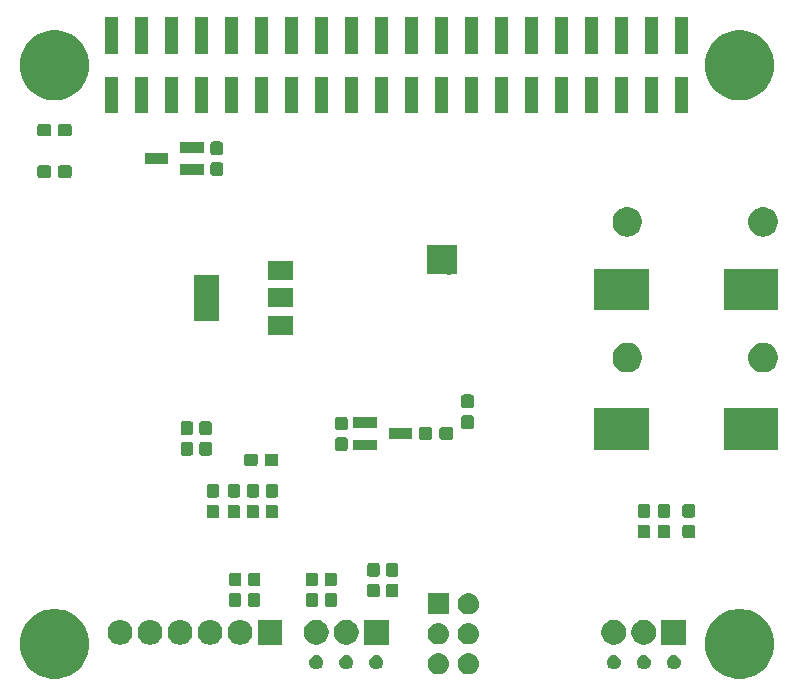
<source format=gbs>
G04 #@! TF.GenerationSoftware,KiCad,Pcbnew,(5.0.1)-3*
G04 #@! TF.CreationDate,2018-11-04T00:00:59+01:00*
G04 #@! TF.ProjectId,rpi_power,7270695F706F7765722E6B696361645F,rev?*
G04 #@! TF.SameCoordinates,Original*
G04 #@! TF.FileFunction,Soldermask,Bot*
G04 #@! TF.FilePolarity,Negative*
%FSLAX46Y46*%
G04 Gerber Fmt 4.6, Leading zero omitted, Abs format (unit mm)*
G04 Created by KiCad (PCBNEW (5.0.1)-3) date 04-Nov-18 00:00:59*
%MOMM*%
%LPD*%
G01*
G04 APERTURE LIST*
%ADD10C,0.100000*%
G04 APERTURE END LIST*
D10*
G36*
X178518699Y-117094362D02*
X178860775Y-117162405D01*
X179397823Y-117384857D01*
X179881153Y-117707808D01*
X180292192Y-118118847D01*
X180615143Y-118602177D01*
X180837595Y-119139225D01*
X180870881Y-119306565D01*
X180926553Y-119586445D01*
X180951000Y-119709352D01*
X180951000Y-120290648D01*
X180837595Y-120860775D01*
X180615143Y-121397823D01*
X180292192Y-121881153D01*
X179881153Y-122292192D01*
X179397823Y-122615143D01*
X178860775Y-122837595D01*
X178518699Y-122905638D01*
X178290650Y-122951000D01*
X177709350Y-122951000D01*
X177481301Y-122905638D01*
X177139225Y-122837595D01*
X176602177Y-122615143D01*
X176118847Y-122292192D01*
X175707808Y-121881153D01*
X175384857Y-121397823D01*
X175162405Y-120860775D01*
X175049000Y-120290648D01*
X175049000Y-119709352D01*
X175073448Y-119586445D01*
X175129119Y-119306565D01*
X175162405Y-119139225D01*
X175384857Y-118602177D01*
X175707808Y-118118847D01*
X176118847Y-117707808D01*
X176602177Y-117384857D01*
X177139225Y-117162405D01*
X177481301Y-117094362D01*
X177709350Y-117049000D01*
X178290650Y-117049000D01*
X178518699Y-117094362D01*
X178518699Y-117094362D01*
G37*
G36*
X120518699Y-117094362D02*
X120860775Y-117162405D01*
X121397823Y-117384857D01*
X121881153Y-117707808D01*
X122292192Y-118118847D01*
X122615143Y-118602177D01*
X122837595Y-119139225D01*
X122870881Y-119306565D01*
X122926553Y-119586445D01*
X122951000Y-119709352D01*
X122951000Y-120290648D01*
X122837595Y-120860775D01*
X122615143Y-121397823D01*
X122292192Y-121881153D01*
X121881153Y-122292192D01*
X121397823Y-122615143D01*
X120860775Y-122837595D01*
X120518699Y-122905638D01*
X120290650Y-122951000D01*
X119709350Y-122951000D01*
X119481301Y-122905638D01*
X119139225Y-122837595D01*
X118602177Y-122615143D01*
X118118847Y-122292192D01*
X117707808Y-121881153D01*
X117384857Y-121397823D01*
X117162405Y-120860775D01*
X117049000Y-120290648D01*
X117049000Y-119709352D01*
X117073448Y-119586445D01*
X117129119Y-119306565D01*
X117162405Y-119139225D01*
X117384857Y-118602177D01*
X117707808Y-118118847D01*
X118118847Y-117707808D01*
X118602177Y-117384857D01*
X119139225Y-117162405D01*
X119481301Y-117094362D01*
X119709350Y-117049000D01*
X120290650Y-117049000D01*
X120518699Y-117094362D01*
X120518699Y-117094362D01*
G37*
G36*
X152610442Y-120785518D02*
X152676627Y-120792037D01*
X152789853Y-120826384D01*
X152846467Y-120843557D01*
X152985087Y-120917652D01*
X153002991Y-120927222D01*
X153017342Y-120939000D01*
X153140186Y-121039814D01*
X153222397Y-121139990D01*
X153252778Y-121177009D01*
X153252779Y-121177011D01*
X153336443Y-121333533D01*
X153336443Y-121333534D01*
X153387963Y-121503373D01*
X153405359Y-121680000D01*
X153387963Y-121856627D01*
X153355846Y-121962504D01*
X153336443Y-122026467D01*
X153311784Y-122072600D01*
X153252778Y-122182991D01*
X153223448Y-122218729D01*
X153140186Y-122320186D01*
X153065410Y-122381552D01*
X153002991Y-122432778D01*
X153002989Y-122432779D01*
X152846467Y-122516443D01*
X152789853Y-122533616D01*
X152676627Y-122567963D01*
X152610443Y-122574481D01*
X152544260Y-122581000D01*
X152455740Y-122581000D01*
X152389557Y-122574481D01*
X152323373Y-122567963D01*
X152210147Y-122533616D01*
X152153533Y-122516443D01*
X151997011Y-122432779D01*
X151997009Y-122432778D01*
X151934590Y-122381552D01*
X151859814Y-122320186D01*
X151776552Y-122218729D01*
X151747222Y-122182991D01*
X151688216Y-122072600D01*
X151663557Y-122026467D01*
X151644154Y-121962504D01*
X151612037Y-121856627D01*
X151594641Y-121680000D01*
X151612037Y-121503373D01*
X151663557Y-121333534D01*
X151663557Y-121333533D01*
X151747221Y-121177011D01*
X151747222Y-121177009D01*
X151777603Y-121139990D01*
X151859814Y-121039814D01*
X151982658Y-120939000D01*
X151997009Y-120927222D01*
X152014913Y-120917652D01*
X152153533Y-120843557D01*
X152210147Y-120826384D01*
X152323373Y-120792037D01*
X152389558Y-120785518D01*
X152455740Y-120779000D01*
X152544260Y-120779000D01*
X152610442Y-120785518D01*
X152610442Y-120785518D01*
G37*
G36*
X155150442Y-120785518D02*
X155216627Y-120792037D01*
X155329853Y-120826384D01*
X155386467Y-120843557D01*
X155525087Y-120917652D01*
X155542991Y-120927222D01*
X155557342Y-120939000D01*
X155680186Y-121039814D01*
X155762397Y-121139990D01*
X155792778Y-121177009D01*
X155792779Y-121177011D01*
X155876443Y-121333533D01*
X155876443Y-121333534D01*
X155927963Y-121503373D01*
X155945359Y-121680000D01*
X155927963Y-121856627D01*
X155895846Y-121962504D01*
X155876443Y-122026467D01*
X155851784Y-122072600D01*
X155792778Y-122182991D01*
X155763448Y-122218729D01*
X155680186Y-122320186D01*
X155605410Y-122381552D01*
X155542991Y-122432778D01*
X155542989Y-122432779D01*
X155386467Y-122516443D01*
X155329853Y-122533616D01*
X155216627Y-122567963D01*
X155150443Y-122574481D01*
X155084260Y-122581000D01*
X154995740Y-122581000D01*
X154929557Y-122574481D01*
X154863373Y-122567963D01*
X154750147Y-122533616D01*
X154693533Y-122516443D01*
X154537011Y-122432779D01*
X154537009Y-122432778D01*
X154474590Y-122381552D01*
X154399814Y-122320186D01*
X154316552Y-122218729D01*
X154287222Y-122182991D01*
X154228216Y-122072600D01*
X154203557Y-122026467D01*
X154184154Y-121962504D01*
X154152037Y-121856627D01*
X154134641Y-121680000D01*
X154152037Y-121503373D01*
X154203557Y-121333534D01*
X154203557Y-121333533D01*
X154287221Y-121177011D01*
X154287222Y-121177009D01*
X154317603Y-121139990D01*
X154399814Y-121039814D01*
X154522658Y-120939000D01*
X154537009Y-120927222D01*
X154554913Y-120917652D01*
X154693533Y-120843557D01*
X154750147Y-120826384D01*
X154863373Y-120792037D01*
X154929558Y-120785518D01*
X154995740Y-120779000D01*
X155084260Y-120779000D01*
X155150442Y-120785518D01*
X155150442Y-120785518D01*
G37*
G36*
X170075305Y-120962096D02*
X170184680Y-121007400D01*
X170283118Y-121073175D01*
X170366825Y-121156882D01*
X170432600Y-121255320D01*
X170477904Y-121364695D01*
X170501000Y-121480806D01*
X170501000Y-121599194D01*
X170477904Y-121715305D01*
X170432600Y-121824680D01*
X170366825Y-121923118D01*
X170283118Y-122006825D01*
X170184680Y-122072600D01*
X170075305Y-122117904D01*
X169959194Y-122141000D01*
X169840806Y-122141000D01*
X169724695Y-122117904D01*
X169615320Y-122072600D01*
X169516882Y-122006825D01*
X169433175Y-121923118D01*
X169367400Y-121824680D01*
X169322096Y-121715305D01*
X169299000Y-121599194D01*
X169299000Y-121480806D01*
X169322096Y-121364695D01*
X169367400Y-121255320D01*
X169433175Y-121156882D01*
X169516882Y-121073175D01*
X169615320Y-121007400D01*
X169724695Y-120962096D01*
X169840806Y-120939000D01*
X169959194Y-120939000D01*
X170075305Y-120962096D01*
X170075305Y-120962096D01*
G37*
G36*
X172615305Y-120962096D02*
X172724680Y-121007400D01*
X172823118Y-121073175D01*
X172906825Y-121156882D01*
X172972600Y-121255320D01*
X173017904Y-121364695D01*
X173041000Y-121480806D01*
X173041000Y-121599194D01*
X173017904Y-121715305D01*
X172972600Y-121824680D01*
X172906825Y-121923118D01*
X172823118Y-122006825D01*
X172724680Y-122072600D01*
X172615305Y-122117904D01*
X172499194Y-122141000D01*
X172380806Y-122141000D01*
X172264695Y-122117904D01*
X172155320Y-122072600D01*
X172056882Y-122006825D01*
X171973175Y-121923118D01*
X171907400Y-121824680D01*
X171862096Y-121715305D01*
X171839000Y-121599194D01*
X171839000Y-121480806D01*
X171862096Y-121364695D01*
X171907400Y-121255320D01*
X171973175Y-121156882D01*
X172056882Y-121073175D01*
X172155320Y-121007400D01*
X172264695Y-120962096D01*
X172380806Y-120939000D01*
X172499194Y-120939000D01*
X172615305Y-120962096D01*
X172615305Y-120962096D01*
G37*
G36*
X167535305Y-120962096D02*
X167644680Y-121007400D01*
X167743118Y-121073175D01*
X167826825Y-121156882D01*
X167892600Y-121255320D01*
X167937904Y-121364695D01*
X167961000Y-121480806D01*
X167961000Y-121599194D01*
X167937904Y-121715305D01*
X167892600Y-121824680D01*
X167826825Y-121923118D01*
X167743118Y-122006825D01*
X167644680Y-122072600D01*
X167535305Y-122117904D01*
X167419194Y-122141000D01*
X167300806Y-122141000D01*
X167184695Y-122117904D01*
X167075320Y-122072600D01*
X166976882Y-122006825D01*
X166893175Y-121923118D01*
X166827400Y-121824680D01*
X166782096Y-121715305D01*
X166759000Y-121599194D01*
X166759000Y-121480806D01*
X166782096Y-121364695D01*
X166827400Y-121255320D01*
X166893175Y-121156882D01*
X166976882Y-121073175D01*
X167075320Y-121007400D01*
X167184695Y-120962096D01*
X167300806Y-120939000D01*
X167419194Y-120939000D01*
X167535305Y-120962096D01*
X167535305Y-120962096D01*
G37*
G36*
X142335305Y-120962096D02*
X142444680Y-121007400D01*
X142543118Y-121073175D01*
X142626825Y-121156882D01*
X142692600Y-121255320D01*
X142737904Y-121364695D01*
X142761000Y-121480806D01*
X142761000Y-121599194D01*
X142737904Y-121715305D01*
X142692600Y-121824680D01*
X142626825Y-121923118D01*
X142543118Y-122006825D01*
X142444680Y-122072600D01*
X142335305Y-122117904D01*
X142219194Y-122141000D01*
X142100806Y-122141000D01*
X141984695Y-122117904D01*
X141875320Y-122072600D01*
X141776882Y-122006825D01*
X141693175Y-121923118D01*
X141627400Y-121824680D01*
X141582096Y-121715305D01*
X141559000Y-121599194D01*
X141559000Y-121480806D01*
X141582096Y-121364695D01*
X141627400Y-121255320D01*
X141693175Y-121156882D01*
X141776882Y-121073175D01*
X141875320Y-121007400D01*
X141984695Y-120962096D01*
X142100806Y-120939000D01*
X142219194Y-120939000D01*
X142335305Y-120962096D01*
X142335305Y-120962096D01*
G37*
G36*
X144875305Y-120962096D02*
X144984680Y-121007400D01*
X145083118Y-121073175D01*
X145166825Y-121156882D01*
X145232600Y-121255320D01*
X145277904Y-121364695D01*
X145301000Y-121480806D01*
X145301000Y-121599194D01*
X145277904Y-121715305D01*
X145232600Y-121824680D01*
X145166825Y-121923118D01*
X145083118Y-122006825D01*
X144984680Y-122072600D01*
X144875305Y-122117904D01*
X144759194Y-122141000D01*
X144640806Y-122141000D01*
X144524695Y-122117904D01*
X144415320Y-122072600D01*
X144316882Y-122006825D01*
X144233175Y-121923118D01*
X144167400Y-121824680D01*
X144122096Y-121715305D01*
X144099000Y-121599194D01*
X144099000Y-121480806D01*
X144122096Y-121364695D01*
X144167400Y-121255320D01*
X144233175Y-121156882D01*
X144316882Y-121073175D01*
X144415320Y-121007400D01*
X144524695Y-120962096D01*
X144640806Y-120939000D01*
X144759194Y-120939000D01*
X144875305Y-120962096D01*
X144875305Y-120962096D01*
G37*
G36*
X147415305Y-120962096D02*
X147524680Y-121007400D01*
X147623118Y-121073175D01*
X147706825Y-121156882D01*
X147772600Y-121255320D01*
X147817904Y-121364695D01*
X147841000Y-121480806D01*
X147841000Y-121599194D01*
X147817904Y-121715305D01*
X147772600Y-121824680D01*
X147706825Y-121923118D01*
X147623118Y-122006825D01*
X147524680Y-122072600D01*
X147415305Y-122117904D01*
X147299194Y-122141000D01*
X147180806Y-122141000D01*
X147064695Y-122117904D01*
X146955320Y-122072600D01*
X146856882Y-122006825D01*
X146773175Y-121923118D01*
X146707400Y-121824680D01*
X146662096Y-121715305D01*
X146639000Y-121599194D01*
X146639000Y-121480806D01*
X146662096Y-121364695D01*
X146707400Y-121255320D01*
X146773175Y-121156882D01*
X146856882Y-121073175D01*
X146955320Y-121007400D01*
X147064695Y-120962096D01*
X147180806Y-120939000D01*
X147299194Y-120939000D01*
X147415305Y-120962096D01*
X147415305Y-120962096D01*
G37*
G36*
X148291000Y-120051000D02*
X146189000Y-120051000D01*
X146189000Y-117949000D01*
X148291000Y-117949000D01*
X148291000Y-120051000D01*
X148291000Y-120051000D01*
G37*
G36*
X167666565Y-117989389D02*
X167857834Y-118068615D01*
X168029976Y-118183637D01*
X168176363Y-118330024D01*
X168291385Y-118502166D01*
X168370611Y-118693435D01*
X168411000Y-118896484D01*
X168411000Y-119103516D01*
X168370611Y-119306565D01*
X168291385Y-119497834D01*
X168176363Y-119669976D01*
X168029976Y-119816363D01*
X167857834Y-119931385D01*
X167666565Y-120010611D01*
X167463516Y-120051000D01*
X167256484Y-120051000D01*
X167053435Y-120010611D01*
X166862166Y-119931385D01*
X166690024Y-119816363D01*
X166543637Y-119669976D01*
X166428615Y-119497834D01*
X166349389Y-119306565D01*
X166309000Y-119103516D01*
X166309000Y-118896484D01*
X166349389Y-118693435D01*
X166428615Y-118502166D01*
X166543637Y-118330024D01*
X166690024Y-118183637D01*
X166862166Y-118068615D01*
X167053435Y-117989389D01*
X167256484Y-117949000D01*
X167463516Y-117949000D01*
X167666565Y-117989389D01*
X167666565Y-117989389D01*
G37*
G36*
X170206565Y-117989389D02*
X170397834Y-118068615D01*
X170569976Y-118183637D01*
X170716363Y-118330024D01*
X170831385Y-118502166D01*
X170910611Y-118693435D01*
X170951000Y-118896484D01*
X170951000Y-119103516D01*
X170910611Y-119306565D01*
X170831385Y-119497834D01*
X170716363Y-119669976D01*
X170569976Y-119816363D01*
X170397834Y-119931385D01*
X170206565Y-120010611D01*
X170003516Y-120051000D01*
X169796484Y-120051000D01*
X169593435Y-120010611D01*
X169402166Y-119931385D01*
X169230024Y-119816363D01*
X169083637Y-119669976D01*
X168968615Y-119497834D01*
X168889389Y-119306565D01*
X168849000Y-119103516D01*
X168849000Y-118896484D01*
X168889389Y-118693435D01*
X168968615Y-118502166D01*
X169083637Y-118330024D01*
X169230024Y-118183637D01*
X169402166Y-118068615D01*
X169593435Y-117989389D01*
X169796484Y-117949000D01*
X170003516Y-117949000D01*
X170206565Y-117989389D01*
X170206565Y-117989389D01*
G37*
G36*
X173491000Y-120051000D02*
X171389000Y-120051000D01*
X171389000Y-117949000D01*
X173491000Y-117949000D01*
X173491000Y-120051000D01*
X173491000Y-120051000D01*
G37*
G36*
X145006565Y-117989389D02*
X145197834Y-118068615D01*
X145369976Y-118183637D01*
X145516363Y-118330024D01*
X145631385Y-118502166D01*
X145710611Y-118693435D01*
X145751000Y-118896484D01*
X145751000Y-119103516D01*
X145710611Y-119306565D01*
X145631385Y-119497834D01*
X145516363Y-119669976D01*
X145369976Y-119816363D01*
X145197834Y-119931385D01*
X145006565Y-120010611D01*
X144803516Y-120051000D01*
X144596484Y-120051000D01*
X144393435Y-120010611D01*
X144202166Y-119931385D01*
X144030024Y-119816363D01*
X143883637Y-119669976D01*
X143768615Y-119497834D01*
X143689389Y-119306565D01*
X143649000Y-119103516D01*
X143649000Y-118896484D01*
X143689389Y-118693435D01*
X143768615Y-118502166D01*
X143883637Y-118330024D01*
X144030024Y-118183637D01*
X144202166Y-118068615D01*
X144393435Y-117989389D01*
X144596484Y-117949000D01*
X144803516Y-117949000D01*
X145006565Y-117989389D01*
X145006565Y-117989389D01*
G37*
G36*
X142466565Y-117989389D02*
X142657834Y-118068615D01*
X142829976Y-118183637D01*
X142976363Y-118330024D01*
X143091385Y-118502166D01*
X143170611Y-118693435D01*
X143211000Y-118896484D01*
X143211000Y-119103516D01*
X143170611Y-119306565D01*
X143091385Y-119497834D01*
X142976363Y-119669976D01*
X142829976Y-119816363D01*
X142657834Y-119931385D01*
X142466565Y-120010611D01*
X142263516Y-120051000D01*
X142056484Y-120051000D01*
X141853435Y-120010611D01*
X141662166Y-119931385D01*
X141490024Y-119816363D01*
X141343637Y-119669976D01*
X141228615Y-119497834D01*
X141149389Y-119306565D01*
X141109000Y-119103516D01*
X141109000Y-118896484D01*
X141149389Y-118693435D01*
X141228615Y-118502166D01*
X141343637Y-118330024D01*
X141490024Y-118183637D01*
X141662166Y-118068615D01*
X141853435Y-117989389D01*
X142056484Y-117949000D01*
X142263516Y-117949000D01*
X142466565Y-117989389D01*
X142466565Y-117989389D01*
G37*
G36*
X133375928Y-117964710D02*
X133375931Y-117964711D01*
X133375932Y-117964711D01*
X133573950Y-118024779D01*
X133573952Y-118024780D01*
X133573955Y-118024781D01*
X133756445Y-118122323D01*
X133916402Y-118253598D01*
X134047677Y-118413555D01*
X134145219Y-118596045D01*
X134145220Y-118596048D01*
X134145221Y-118596050D01*
X134205127Y-118793534D01*
X134205290Y-118794072D01*
X134225572Y-119000000D01*
X134205290Y-119205928D01*
X134205289Y-119205931D01*
X134205289Y-119205932D01*
X134171711Y-119316625D01*
X134145219Y-119403955D01*
X134047677Y-119586445D01*
X133916402Y-119746402D01*
X133756445Y-119877677D01*
X133573955Y-119975219D01*
X133573952Y-119975220D01*
X133573950Y-119975221D01*
X133375932Y-120035289D01*
X133375931Y-120035289D01*
X133375928Y-120035290D01*
X133221601Y-120050490D01*
X133118399Y-120050490D01*
X132964072Y-120035290D01*
X132964069Y-120035289D01*
X132964068Y-120035289D01*
X132766050Y-119975221D01*
X132766048Y-119975220D01*
X132766045Y-119975219D01*
X132583555Y-119877677D01*
X132423598Y-119746402D01*
X132292323Y-119586445D01*
X132194781Y-119403955D01*
X132168290Y-119316625D01*
X132134711Y-119205932D01*
X132134711Y-119205931D01*
X132134710Y-119205928D01*
X132114428Y-119000000D01*
X132134710Y-118794072D01*
X132134873Y-118793534D01*
X132194779Y-118596050D01*
X132194780Y-118596048D01*
X132194781Y-118596045D01*
X132292323Y-118413555D01*
X132423598Y-118253598D01*
X132583555Y-118122323D01*
X132766045Y-118024781D01*
X132766048Y-118024780D01*
X132766050Y-118024779D01*
X132964068Y-117964711D01*
X132964069Y-117964711D01*
X132964072Y-117964710D01*
X133118399Y-117949510D01*
X133221601Y-117949510D01*
X133375928Y-117964710D01*
X133375928Y-117964710D01*
G37*
G36*
X139300490Y-120050490D02*
X137199510Y-120050490D01*
X137199510Y-117949510D01*
X139300490Y-117949510D01*
X139300490Y-120050490D01*
X139300490Y-120050490D01*
G37*
G36*
X135915928Y-117964710D02*
X135915931Y-117964711D01*
X135915932Y-117964711D01*
X136113950Y-118024779D01*
X136113952Y-118024780D01*
X136113955Y-118024781D01*
X136296445Y-118122323D01*
X136456402Y-118253598D01*
X136587677Y-118413555D01*
X136685219Y-118596045D01*
X136685220Y-118596048D01*
X136685221Y-118596050D01*
X136745127Y-118793534D01*
X136745290Y-118794072D01*
X136765572Y-119000000D01*
X136745290Y-119205928D01*
X136745289Y-119205931D01*
X136745289Y-119205932D01*
X136711711Y-119316625D01*
X136685219Y-119403955D01*
X136587677Y-119586445D01*
X136456402Y-119746402D01*
X136296445Y-119877677D01*
X136113955Y-119975219D01*
X136113952Y-119975220D01*
X136113950Y-119975221D01*
X135915932Y-120035289D01*
X135915931Y-120035289D01*
X135915928Y-120035290D01*
X135761601Y-120050490D01*
X135658399Y-120050490D01*
X135504072Y-120035290D01*
X135504069Y-120035289D01*
X135504068Y-120035289D01*
X135306050Y-119975221D01*
X135306048Y-119975220D01*
X135306045Y-119975219D01*
X135123555Y-119877677D01*
X134963598Y-119746402D01*
X134832323Y-119586445D01*
X134734781Y-119403955D01*
X134708290Y-119316625D01*
X134674711Y-119205932D01*
X134674711Y-119205931D01*
X134674710Y-119205928D01*
X134654428Y-119000000D01*
X134674710Y-118794072D01*
X134674873Y-118793534D01*
X134734779Y-118596050D01*
X134734780Y-118596048D01*
X134734781Y-118596045D01*
X134832323Y-118413555D01*
X134963598Y-118253598D01*
X135123555Y-118122323D01*
X135306045Y-118024781D01*
X135306048Y-118024780D01*
X135306050Y-118024779D01*
X135504068Y-117964711D01*
X135504069Y-117964711D01*
X135504072Y-117964710D01*
X135658399Y-117949510D01*
X135761601Y-117949510D01*
X135915928Y-117964710D01*
X135915928Y-117964710D01*
G37*
G36*
X130835928Y-117964710D02*
X130835931Y-117964711D01*
X130835932Y-117964711D01*
X131033950Y-118024779D01*
X131033952Y-118024780D01*
X131033955Y-118024781D01*
X131216445Y-118122323D01*
X131376402Y-118253598D01*
X131507677Y-118413555D01*
X131605219Y-118596045D01*
X131605220Y-118596048D01*
X131605221Y-118596050D01*
X131665127Y-118793534D01*
X131665290Y-118794072D01*
X131685572Y-119000000D01*
X131665290Y-119205928D01*
X131665289Y-119205931D01*
X131665289Y-119205932D01*
X131631711Y-119316625D01*
X131605219Y-119403955D01*
X131507677Y-119586445D01*
X131376402Y-119746402D01*
X131216445Y-119877677D01*
X131033955Y-119975219D01*
X131033952Y-119975220D01*
X131033950Y-119975221D01*
X130835932Y-120035289D01*
X130835931Y-120035289D01*
X130835928Y-120035290D01*
X130681601Y-120050490D01*
X130578399Y-120050490D01*
X130424072Y-120035290D01*
X130424069Y-120035289D01*
X130424068Y-120035289D01*
X130226050Y-119975221D01*
X130226048Y-119975220D01*
X130226045Y-119975219D01*
X130043555Y-119877677D01*
X129883598Y-119746402D01*
X129752323Y-119586445D01*
X129654781Y-119403955D01*
X129628290Y-119316625D01*
X129594711Y-119205932D01*
X129594711Y-119205931D01*
X129594710Y-119205928D01*
X129574428Y-119000000D01*
X129594710Y-118794072D01*
X129594873Y-118793534D01*
X129654779Y-118596050D01*
X129654780Y-118596048D01*
X129654781Y-118596045D01*
X129752323Y-118413555D01*
X129883598Y-118253598D01*
X130043555Y-118122323D01*
X130226045Y-118024781D01*
X130226048Y-118024780D01*
X130226050Y-118024779D01*
X130424068Y-117964711D01*
X130424069Y-117964711D01*
X130424072Y-117964710D01*
X130578399Y-117949510D01*
X130681601Y-117949510D01*
X130835928Y-117964710D01*
X130835928Y-117964710D01*
G37*
G36*
X128295928Y-117964710D02*
X128295931Y-117964711D01*
X128295932Y-117964711D01*
X128493950Y-118024779D01*
X128493952Y-118024780D01*
X128493955Y-118024781D01*
X128676445Y-118122323D01*
X128836402Y-118253598D01*
X128967677Y-118413555D01*
X129065219Y-118596045D01*
X129065220Y-118596048D01*
X129065221Y-118596050D01*
X129125127Y-118793534D01*
X129125290Y-118794072D01*
X129145572Y-119000000D01*
X129125290Y-119205928D01*
X129125289Y-119205931D01*
X129125289Y-119205932D01*
X129091711Y-119316625D01*
X129065219Y-119403955D01*
X128967677Y-119586445D01*
X128836402Y-119746402D01*
X128676445Y-119877677D01*
X128493955Y-119975219D01*
X128493952Y-119975220D01*
X128493950Y-119975221D01*
X128295932Y-120035289D01*
X128295931Y-120035289D01*
X128295928Y-120035290D01*
X128141601Y-120050490D01*
X128038399Y-120050490D01*
X127884072Y-120035290D01*
X127884069Y-120035289D01*
X127884068Y-120035289D01*
X127686050Y-119975221D01*
X127686048Y-119975220D01*
X127686045Y-119975219D01*
X127503555Y-119877677D01*
X127343598Y-119746402D01*
X127212323Y-119586445D01*
X127114781Y-119403955D01*
X127088290Y-119316625D01*
X127054711Y-119205932D01*
X127054711Y-119205931D01*
X127054710Y-119205928D01*
X127034428Y-119000000D01*
X127054710Y-118794072D01*
X127054873Y-118793534D01*
X127114779Y-118596050D01*
X127114780Y-118596048D01*
X127114781Y-118596045D01*
X127212323Y-118413555D01*
X127343598Y-118253598D01*
X127503555Y-118122323D01*
X127686045Y-118024781D01*
X127686048Y-118024780D01*
X127686050Y-118024779D01*
X127884068Y-117964711D01*
X127884069Y-117964711D01*
X127884072Y-117964710D01*
X128038399Y-117949510D01*
X128141601Y-117949510D01*
X128295928Y-117964710D01*
X128295928Y-117964710D01*
G37*
G36*
X125755928Y-117964710D02*
X125755931Y-117964711D01*
X125755932Y-117964711D01*
X125953950Y-118024779D01*
X125953952Y-118024780D01*
X125953955Y-118024781D01*
X126136445Y-118122323D01*
X126296402Y-118253598D01*
X126427677Y-118413555D01*
X126525219Y-118596045D01*
X126525220Y-118596048D01*
X126525221Y-118596050D01*
X126585127Y-118793534D01*
X126585290Y-118794072D01*
X126605572Y-119000000D01*
X126585290Y-119205928D01*
X126585289Y-119205931D01*
X126585289Y-119205932D01*
X126551711Y-119316625D01*
X126525219Y-119403955D01*
X126427677Y-119586445D01*
X126296402Y-119746402D01*
X126136445Y-119877677D01*
X125953955Y-119975219D01*
X125953952Y-119975220D01*
X125953950Y-119975221D01*
X125755932Y-120035289D01*
X125755931Y-120035289D01*
X125755928Y-120035290D01*
X125601601Y-120050490D01*
X125498399Y-120050490D01*
X125344072Y-120035290D01*
X125344069Y-120035289D01*
X125344068Y-120035289D01*
X125146050Y-119975221D01*
X125146048Y-119975220D01*
X125146045Y-119975219D01*
X124963555Y-119877677D01*
X124803598Y-119746402D01*
X124672323Y-119586445D01*
X124574781Y-119403955D01*
X124548290Y-119316625D01*
X124514711Y-119205932D01*
X124514711Y-119205931D01*
X124514710Y-119205928D01*
X124494428Y-119000000D01*
X124514710Y-118794072D01*
X124514873Y-118793534D01*
X124574779Y-118596050D01*
X124574780Y-118596048D01*
X124574781Y-118596045D01*
X124672323Y-118413555D01*
X124803598Y-118253598D01*
X124963555Y-118122323D01*
X125146045Y-118024781D01*
X125146048Y-118024780D01*
X125146050Y-118024779D01*
X125344068Y-117964711D01*
X125344069Y-117964711D01*
X125344072Y-117964710D01*
X125498399Y-117949510D01*
X125601601Y-117949510D01*
X125755928Y-117964710D01*
X125755928Y-117964710D01*
G37*
G36*
X152610442Y-118245518D02*
X152676627Y-118252037D01*
X152789853Y-118286384D01*
X152846467Y-118303557D01*
X152895988Y-118330027D01*
X153002991Y-118387222D01*
X153035078Y-118413555D01*
X153140186Y-118499814D01*
X153219164Y-118596050D01*
X153252778Y-118637009D01*
X153252779Y-118637011D01*
X153336443Y-118793533D01*
X153341038Y-118808681D01*
X153387963Y-118963373D01*
X153405359Y-119140000D01*
X153387963Y-119316627D01*
X153361474Y-119403950D01*
X153336443Y-119486467D01*
X153262348Y-119625087D01*
X153252778Y-119642991D01*
X153230634Y-119669973D01*
X153140186Y-119780186D01*
X153038729Y-119863448D01*
X153002991Y-119892778D01*
X153002989Y-119892779D01*
X152846467Y-119976443D01*
X152789853Y-119993616D01*
X152676627Y-120027963D01*
X152610442Y-120034482D01*
X152544260Y-120041000D01*
X152455740Y-120041000D01*
X152389558Y-120034482D01*
X152323373Y-120027963D01*
X152210147Y-119993616D01*
X152153533Y-119976443D01*
X151997011Y-119892779D01*
X151997009Y-119892778D01*
X151961271Y-119863448D01*
X151859814Y-119780186D01*
X151769366Y-119669973D01*
X151747222Y-119642991D01*
X151737652Y-119625087D01*
X151663557Y-119486467D01*
X151638526Y-119403950D01*
X151612037Y-119316627D01*
X151594641Y-119140000D01*
X151612037Y-118963373D01*
X151658962Y-118808681D01*
X151663557Y-118793533D01*
X151747221Y-118637011D01*
X151747222Y-118637009D01*
X151780836Y-118596050D01*
X151859814Y-118499814D01*
X151964922Y-118413555D01*
X151997009Y-118387222D01*
X152104012Y-118330027D01*
X152153533Y-118303557D01*
X152210147Y-118286384D01*
X152323373Y-118252037D01*
X152389558Y-118245518D01*
X152455740Y-118239000D01*
X152544260Y-118239000D01*
X152610442Y-118245518D01*
X152610442Y-118245518D01*
G37*
G36*
X155150442Y-118245518D02*
X155216627Y-118252037D01*
X155329853Y-118286384D01*
X155386467Y-118303557D01*
X155435988Y-118330027D01*
X155542991Y-118387222D01*
X155575078Y-118413555D01*
X155680186Y-118499814D01*
X155759164Y-118596050D01*
X155792778Y-118637009D01*
X155792779Y-118637011D01*
X155876443Y-118793533D01*
X155881038Y-118808681D01*
X155927963Y-118963373D01*
X155945359Y-119140000D01*
X155927963Y-119316627D01*
X155901474Y-119403950D01*
X155876443Y-119486467D01*
X155802348Y-119625087D01*
X155792778Y-119642991D01*
X155770634Y-119669973D01*
X155680186Y-119780186D01*
X155578729Y-119863448D01*
X155542991Y-119892778D01*
X155542989Y-119892779D01*
X155386467Y-119976443D01*
X155329853Y-119993616D01*
X155216627Y-120027963D01*
X155150442Y-120034482D01*
X155084260Y-120041000D01*
X154995740Y-120041000D01*
X154929558Y-120034482D01*
X154863373Y-120027963D01*
X154750147Y-119993616D01*
X154693533Y-119976443D01*
X154537011Y-119892779D01*
X154537009Y-119892778D01*
X154501271Y-119863448D01*
X154399814Y-119780186D01*
X154309366Y-119669973D01*
X154287222Y-119642991D01*
X154277652Y-119625087D01*
X154203557Y-119486467D01*
X154178526Y-119403950D01*
X154152037Y-119316627D01*
X154134641Y-119140000D01*
X154152037Y-118963373D01*
X154198962Y-118808681D01*
X154203557Y-118793533D01*
X154287221Y-118637011D01*
X154287222Y-118637009D01*
X154320836Y-118596050D01*
X154399814Y-118499814D01*
X154504922Y-118413555D01*
X154537009Y-118387222D01*
X154644012Y-118330027D01*
X154693533Y-118303557D01*
X154750147Y-118286384D01*
X154863373Y-118252037D01*
X154929558Y-118245518D01*
X154995740Y-118239000D01*
X155084260Y-118239000D01*
X155150442Y-118245518D01*
X155150442Y-118245518D01*
G37*
G36*
X153401000Y-117501000D02*
X151599000Y-117501000D01*
X151599000Y-115699000D01*
X153401000Y-115699000D01*
X153401000Y-117501000D01*
X153401000Y-117501000D01*
G37*
G36*
X155129390Y-115703445D02*
X155216627Y-115712037D01*
X155319763Y-115743323D01*
X155386467Y-115763557D01*
X155484364Y-115815885D01*
X155542991Y-115847222D01*
X155578729Y-115876552D01*
X155680186Y-115959814D01*
X155742037Y-116035181D01*
X155792778Y-116097009D01*
X155792779Y-116097011D01*
X155876443Y-116253533D01*
X155876443Y-116253534D01*
X155927963Y-116423373D01*
X155945359Y-116600000D01*
X155927963Y-116776627D01*
X155905402Y-116851000D01*
X155876443Y-116946467D01*
X155821637Y-117049000D01*
X155792778Y-117102991D01*
X155763448Y-117138729D01*
X155680186Y-117240186D01*
X155587400Y-117316332D01*
X155542991Y-117352778D01*
X155542989Y-117352779D01*
X155386467Y-117436443D01*
X155329853Y-117453616D01*
X155216627Y-117487963D01*
X155150442Y-117494482D01*
X155084260Y-117501000D01*
X154995740Y-117501000D01*
X154929558Y-117494482D01*
X154863373Y-117487963D01*
X154750147Y-117453616D01*
X154693533Y-117436443D01*
X154537011Y-117352779D01*
X154537009Y-117352778D01*
X154492600Y-117316332D01*
X154399814Y-117240186D01*
X154316552Y-117138729D01*
X154287222Y-117102991D01*
X154258363Y-117049000D01*
X154203557Y-116946467D01*
X154174598Y-116851000D01*
X154152037Y-116776627D01*
X154134641Y-116600000D01*
X154152037Y-116423373D01*
X154203557Y-116253534D01*
X154203557Y-116253533D01*
X154287221Y-116097011D01*
X154287222Y-116097009D01*
X154337963Y-116035181D01*
X154399814Y-115959814D01*
X154501271Y-115876552D01*
X154537009Y-115847222D01*
X154595636Y-115815885D01*
X154693533Y-115763557D01*
X154760237Y-115743323D01*
X154863373Y-115712037D01*
X154950610Y-115703445D01*
X154995740Y-115699000D01*
X155084260Y-115699000D01*
X155129390Y-115703445D01*
X155129390Y-115703445D01*
G37*
G36*
X143764499Y-115703445D02*
X143801993Y-115714819D01*
X143836557Y-115733294D01*
X143866847Y-115758153D01*
X143891706Y-115788443D01*
X143910181Y-115823007D01*
X143921555Y-115860501D01*
X143926000Y-115905638D01*
X143926000Y-116644362D01*
X143921555Y-116689499D01*
X143910181Y-116726993D01*
X143891706Y-116761557D01*
X143866847Y-116791847D01*
X143836557Y-116816706D01*
X143801993Y-116835181D01*
X143764499Y-116846555D01*
X143719362Y-116851000D01*
X143080638Y-116851000D01*
X143035501Y-116846555D01*
X142998007Y-116835181D01*
X142963443Y-116816706D01*
X142933153Y-116791847D01*
X142908294Y-116761557D01*
X142889819Y-116726993D01*
X142878445Y-116689499D01*
X142874000Y-116644362D01*
X142874000Y-115905638D01*
X142878445Y-115860501D01*
X142889819Y-115823007D01*
X142908294Y-115788443D01*
X142933153Y-115758153D01*
X142963443Y-115733294D01*
X142998007Y-115714819D01*
X143035501Y-115703445D01*
X143080638Y-115699000D01*
X143719362Y-115699000D01*
X143764499Y-115703445D01*
X143764499Y-115703445D01*
G37*
G36*
X142164499Y-115703445D02*
X142201993Y-115714819D01*
X142236557Y-115733294D01*
X142266847Y-115758153D01*
X142291706Y-115788443D01*
X142310181Y-115823007D01*
X142321555Y-115860501D01*
X142326000Y-115905638D01*
X142326000Y-116644362D01*
X142321555Y-116689499D01*
X142310181Y-116726993D01*
X142291706Y-116761557D01*
X142266847Y-116791847D01*
X142236557Y-116816706D01*
X142201993Y-116835181D01*
X142164499Y-116846555D01*
X142119362Y-116851000D01*
X141480638Y-116851000D01*
X141435501Y-116846555D01*
X141398007Y-116835181D01*
X141363443Y-116816706D01*
X141333153Y-116791847D01*
X141308294Y-116761557D01*
X141289819Y-116726993D01*
X141278445Y-116689499D01*
X141274000Y-116644362D01*
X141274000Y-115905638D01*
X141278445Y-115860501D01*
X141289819Y-115823007D01*
X141308294Y-115788443D01*
X141333153Y-115758153D01*
X141363443Y-115733294D01*
X141398007Y-115714819D01*
X141435501Y-115703445D01*
X141480638Y-115699000D01*
X142119362Y-115699000D01*
X142164499Y-115703445D01*
X142164499Y-115703445D01*
G37*
G36*
X137264499Y-115703445D02*
X137301993Y-115714819D01*
X137336557Y-115733294D01*
X137366847Y-115758153D01*
X137391706Y-115788443D01*
X137410181Y-115823007D01*
X137421555Y-115860501D01*
X137426000Y-115905638D01*
X137426000Y-116644362D01*
X137421555Y-116689499D01*
X137410181Y-116726993D01*
X137391706Y-116761557D01*
X137366847Y-116791847D01*
X137336557Y-116816706D01*
X137301993Y-116835181D01*
X137264499Y-116846555D01*
X137219362Y-116851000D01*
X136580638Y-116851000D01*
X136535501Y-116846555D01*
X136498007Y-116835181D01*
X136463443Y-116816706D01*
X136433153Y-116791847D01*
X136408294Y-116761557D01*
X136389819Y-116726993D01*
X136378445Y-116689499D01*
X136374000Y-116644362D01*
X136374000Y-115905638D01*
X136378445Y-115860501D01*
X136389819Y-115823007D01*
X136408294Y-115788443D01*
X136433153Y-115758153D01*
X136463443Y-115733294D01*
X136498007Y-115714819D01*
X136535501Y-115703445D01*
X136580638Y-115699000D01*
X137219362Y-115699000D01*
X137264499Y-115703445D01*
X137264499Y-115703445D01*
G37*
G36*
X135664499Y-115703445D02*
X135701993Y-115714819D01*
X135736557Y-115733294D01*
X135766847Y-115758153D01*
X135791706Y-115788443D01*
X135810181Y-115823007D01*
X135821555Y-115860501D01*
X135826000Y-115905638D01*
X135826000Y-116644362D01*
X135821555Y-116689499D01*
X135810181Y-116726993D01*
X135791706Y-116761557D01*
X135766847Y-116791847D01*
X135736557Y-116816706D01*
X135701993Y-116835181D01*
X135664499Y-116846555D01*
X135619362Y-116851000D01*
X134980638Y-116851000D01*
X134935501Y-116846555D01*
X134898007Y-116835181D01*
X134863443Y-116816706D01*
X134833153Y-116791847D01*
X134808294Y-116761557D01*
X134789819Y-116726993D01*
X134778445Y-116689499D01*
X134774000Y-116644362D01*
X134774000Y-115905638D01*
X134778445Y-115860501D01*
X134789819Y-115823007D01*
X134808294Y-115788443D01*
X134833153Y-115758153D01*
X134863443Y-115733294D01*
X134898007Y-115714819D01*
X134935501Y-115703445D01*
X134980638Y-115699000D01*
X135619362Y-115699000D01*
X135664499Y-115703445D01*
X135664499Y-115703445D01*
G37*
G36*
X148964499Y-114903445D02*
X149001993Y-114914819D01*
X149036557Y-114933294D01*
X149066847Y-114958153D01*
X149091706Y-114988443D01*
X149110181Y-115023007D01*
X149121555Y-115060501D01*
X149126000Y-115105638D01*
X149126000Y-115844362D01*
X149121555Y-115889499D01*
X149110181Y-115926993D01*
X149091706Y-115961557D01*
X149066847Y-115991847D01*
X149036557Y-116016706D01*
X149001993Y-116035181D01*
X148964499Y-116046555D01*
X148919362Y-116051000D01*
X148280638Y-116051000D01*
X148235501Y-116046555D01*
X148198007Y-116035181D01*
X148163443Y-116016706D01*
X148133153Y-115991847D01*
X148108294Y-115961557D01*
X148089819Y-115926993D01*
X148078445Y-115889499D01*
X148074000Y-115844362D01*
X148074000Y-115105638D01*
X148078445Y-115060501D01*
X148089819Y-115023007D01*
X148108294Y-114988443D01*
X148133153Y-114958153D01*
X148163443Y-114933294D01*
X148198007Y-114914819D01*
X148235501Y-114903445D01*
X148280638Y-114899000D01*
X148919362Y-114899000D01*
X148964499Y-114903445D01*
X148964499Y-114903445D01*
G37*
G36*
X147364499Y-114903445D02*
X147401993Y-114914819D01*
X147436557Y-114933294D01*
X147466847Y-114958153D01*
X147491706Y-114988443D01*
X147510181Y-115023007D01*
X147521555Y-115060501D01*
X147526000Y-115105638D01*
X147526000Y-115844362D01*
X147521555Y-115889499D01*
X147510181Y-115926993D01*
X147491706Y-115961557D01*
X147466847Y-115991847D01*
X147436557Y-116016706D01*
X147401993Y-116035181D01*
X147364499Y-116046555D01*
X147319362Y-116051000D01*
X146680638Y-116051000D01*
X146635501Y-116046555D01*
X146598007Y-116035181D01*
X146563443Y-116016706D01*
X146533153Y-115991847D01*
X146508294Y-115961557D01*
X146489819Y-115926993D01*
X146478445Y-115889499D01*
X146474000Y-115844362D01*
X146474000Y-115105638D01*
X146478445Y-115060501D01*
X146489819Y-115023007D01*
X146508294Y-114988443D01*
X146533153Y-114958153D01*
X146563443Y-114933294D01*
X146598007Y-114914819D01*
X146635501Y-114903445D01*
X146680638Y-114899000D01*
X147319362Y-114899000D01*
X147364499Y-114903445D01*
X147364499Y-114903445D01*
G37*
G36*
X142164499Y-113953445D02*
X142201993Y-113964819D01*
X142236557Y-113983294D01*
X142266847Y-114008153D01*
X142291706Y-114038443D01*
X142310181Y-114073007D01*
X142321555Y-114110501D01*
X142326000Y-114155638D01*
X142326000Y-114894362D01*
X142321555Y-114939499D01*
X142310181Y-114976993D01*
X142291706Y-115011557D01*
X142266847Y-115041847D01*
X142236557Y-115066706D01*
X142201993Y-115085181D01*
X142164499Y-115096555D01*
X142119362Y-115101000D01*
X141480638Y-115101000D01*
X141435501Y-115096555D01*
X141398007Y-115085181D01*
X141363443Y-115066706D01*
X141333153Y-115041847D01*
X141308294Y-115011557D01*
X141289819Y-114976993D01*
X141278445Y-114939499D01*
X141274000Y-114894362D01*
X141274000Y-114155638D01*
X141278445Y-114110501D01*
X141289819Y-114073007D01*
X141308294Y-114038443D01*
X141333153Y-114008153D01*
X141363443Y-113983294D01*
X141398007Y-113964819D01*
X141435501Y-113953445D01*
X141480638Y-113949000D01*
X142119362Y-113949000D01*
X142164499Y-113953445D01*
X142164499Y-113953445D01*
G37*
G36*
X135664499Y-113953445D02*
X135701993Y-113964819D01*
X135736557Y-113983294D01*
X135766847Y-114008153D01*
X135791706Y-114038443D01*
X135810181Y-114073007D01*
X135821555Y-114110501D01*
X135826000Y-114155638D01*
X135826000Y-114894362D01*
X135821555Y-114939499D01*
X135810181Y-114976993D01*
X135791706Y-115011557D01*
X135766847Y-115041847D01*
X135736557Y-115066706D01*
X135701993Y-115085181D01*
X135664499Y-115096555D01*
X135619362Y-115101000D01*
X134980638Y-115101000D01*
X134935501Y-115096555D01*
X134898007Y-115085181D01*
X134863443Y-115066706D01*
X134833153Y-115041847D01*
X134808294Y-115011557D01*
X134789819Y-114976993D01*
X134778445Y-114939499D01*
X134774000Y-114894362D01*
X134774000Y-114155638D01*
X134778445Y-114110501D01*
X134789819Y-114073007D01*
X134808294Y-114038443D01*
X134833153Y-114008153D01*
X134863443Y-113983294D01*
X134898007Y-113964819D01*
X134935501Y-113953445D01*
X134980638Y-113949000D01*
X135619362Y-113949000D01*
X135664499Y-113953445D01*
X135664499Y-113953445D01*
G37*
G36*
X143764499Y-113953445D02*
X143801993Y-113964819D01*
X143836557Y-113983294D01*
X143866847Y-114008153D01*
X143891706Y-114038443D01*
X143910181Y-114073007D01*
X143921555Y-114110501D01*
X143926000Y-114155638D01*
X143926000Y-114894362D01*
X143921555Y-114939499D01*
X143910181Y-114976993D01*
X143891706Y-115011557D01*
X143866847Y-115041847D01*
X143836557Y-115066706D01*
X143801993Y-115085181D01*
X143764499Y-115096555D01*
X143719362Y-115101000D01*
X143080638Y-115101000D01*
X143035501Y-115096555D01*
X142998007Y-115085181D01*
X142963443Y-115066706D01*
X142933153Y-115041847D01*
X142908294Y-115011557D01*
X142889819Y-114976993D01*
X142878445Y-114939499D01*
X142874000Y-114894362D01*
X142874000Y-114155638D01*
X142878445Y-114110501D01*
X142889819Y-114073007D01*
X142908294Y-114038443D01*
X142933153Y-114008153D01*
X142963443Y-113983294D01*
X142998007Y-113964819D01*
X143035501Y-113953445D01*
X143080638Y-113949000D01*
X143719362Y-113949000D01*
X143764499Y-113953445D01*
X143764499Y-113953445D01*
G37*
G36*
X137264499Y-113953445D02*
X137301993Y-113964819D01*
X137336557Y-113983294D01*
X137366847Y-114008153D01*
X137391706Y-114038443D01*
X137410181Y-114073007D01*
X137421555Y-114110501D01*
X137426000Y-114155638D01*
X137426000Y-114894362D01*
X137421555Y-114939499D01*
X137410181Y-114976993D01*
X137391706Y-115011557D01*
X137366847Y-115041847D01*
X137336557Y-115066706D01*
X137301993Y-115085181D01*
X137264499Y-115096555D01*
X137219362Y-115101000D01*
X136580638Y-115101000D01*
X136535501Y-115096555D01*
X136498007Y-115085181D01*
X136463443Y-115066706D01*
X136433153Y-115041847D01*
X136408294Y-115011557D01*
X136389819Y-114976993D01*
X136378445Y-114939499D01*
X136374000Y-114894362D01*
X136374000Y-114155638D01*
X136378445Y-114110501D01*
X136389819Y-114073007D01*
X136408294Y-114038443D01*
X136433153Y-114008153D01*
X136463443Y-113983294D01*
X136498007Y-113964819D01*
X136535501Y-113953445D01*
X136580638Y-113949000D01*
X137219362Y-113949000D01*
X137264499Y-113953445D01*
X137264499Y-113953445D01*
G37*
G36*
X147364499Y-113153445D02*
X147401993Y-113164819D01*
X147436557Y-113183294D01*
X147466847Y-113208153D01*
X147491706Y-113238443D01*
X147510181Y-113273007D01*
X147521555Y-113310501D01*
X147526000Y-113355638D01*
X147526000Y-114094362D01*
X147521555Y-114139499D01*
X147510181Y-114176993D01*
X147491706Y-114211557D01*
X147466847Y-114241847D01*
X147436557Y-114266706D01*
X147401993Y-114285181D01*
X147364499Y-114296555D01*
X147319362Y-114301000D01*
X146680638Y-114301000D01*
X146635501Y-114296555D01*
X146598007Y-114285181D01*
X146563443Y-114266706D01*
X146533153Y-114241847D01*
X146508294Y-114211557D01*
X146489819Y-114176993D01*
X146478445Y-114139499D01*
X146474000Y-114094362D01*
X146474000Y-113355638D01*
X146478445Y-113310501D01*
X146489819Y-113273007D01*
X146508294Y-113238443D01*
X146533153Y-113208153D01*
X146563443Y-113183294D01*
X146598007Y-113164819D01*
X146635501Y-113153445D01*
X146680638Y-113149000D01*
X147319362Y-113149000D01*
X147364499Y-113153445D01*
X147364499Y-113153445D01*
G37*
G36*
X148964499Y-113153445D02*
X149001993Y-113164819D01*
X149036557Y-113183294D01*
X149066847Y-113208153D01*
X149091706Y-113238443D01*
X149110181Y-113273007D01*
X149121555Y-113310501D01*
X149126000Y-113355638D01*
X149126000Y-114094362D01*
X149121555Y-114139499D01*
X149110181Y-114176993D01*
X149091706Y-114211557D01*
X149066847Y-114241847D01*
X149036557Y-114266706D01*
X149001993Y-114285181D01*
X148964499Y-114296555D01*
X148919362Y-114301000D01*
X148280638Y-114301000D01*
X148235501Y-114296555D01*
X148198007Y-114285181D01*
X148163443Y-114266706D01*
X148133153Y-114241847D01*
X148108294Y-114211557D01*
X148089819Y-114176993D01*
X148078445Y-114139499D01*
X148074000Y-114094362D01*
X148074000Y-113355638D01*
X148078445Y-113310501D01*
X148089819Y-113273007D01*
X148108294Y-113238443D01*
X148133153Y-113208153D01*
X148163443Y-113183294D01*
X148198007Y-113164819D01*
X148235501Y-113153445D01*
X148280638Y-113149000D01*
X148919362Y-113149000D01*
X148964499Y-113153445D01*
X148964499Y-113153445D01*
G37*
G36*
X171964499Y-109903445D02*
X172001993Y-109914819D01*
X172036557Y-109933294D01*
X172066847Y-109958153D01*
X172091706Y-109988443D01*
X172110181Y-110023007D01*
X172121555Y-110060501D01*
X172126000Y-110105638D01*
X172126000Y-110844362D01*
X172121555Y-110889499D01*
X172110181Y-110926993D01*
X172091706Y-110961557D01*
X172066847Y-110991847D01*
X172036557Y-111016706D01*
X172001993Y-111035181D01*
X171964499Y-111046555D01*
X171919362Y-111051000D01*
X171280638Y-111051000D01*
X171235501Y-111046555D01*
X171198007Y-111035181D01*
X171163443Y-111016706D01*
X171133153Y-110991847D01*
X171108294Y-110961557D01*
X171089819Y-110926993D01*
X171078445Y-110889499D01*
X171074000Y-110844362D01*
X171074000Y-110105638D01*
X171078445Y-110060501D01*
X171089819Y-110023007D01*
X171108294Y-109988443D01*
X171133153Y-109958153D01*
X171163443Y-109933294D01*
X171198007Y-109914819D01*
X171235501Y-109903445D01*
X171280638Y-109899000D01*
X171919362Y-109899000D01*
X171964499Y-109903445D01*
X171964499Y-109903445D01*
G37*
G36*
X170264499Y-109903445D02*
X170301993Y-109914819D01*
X170336557Y-109933294D01*
X170366847Y-109958153D01*
X170391706Y-109988443D01*
X170410181Y-110023007D01*
X170421555Y-110060501D01*
X170426000Y-110105638D01*
X170426000Y-110844362D01*
X170421555Y-110889499D01*
X170410181Y-110926993D01*
X170391706Y-110961557D01*
X170366847Y-110991847D01*
X170336557Y-111016706D01*
X170301993Y-111035181D01*
X170264499Y-111046555D01*
X170219362Y-111051000D01*
X169580638Y-111051000D01*
X169535501Y-111046555D01*
X169498007Y-111035181D01*
X169463443Y-111016706D01*
X169433153Y-110991847D01*
X169408294Y-110961557D01*
X169389819Y-110926993D01*
X169378445Y-110889499D01*
X169374000Y-110844362D01*
X169374000Y-110105638D01*
X169378445Y-110060501D01*
X169389819Y-110023007D01*
X169408294Y-109988443D01*
X169433153Y-109958153D01*
X169463443Y-109933294D01*
X169498007Y-109914819D01*
X169535501Y-109903445D01*
X169580638Y-109899000D01*
X170219362Y-109899000D01*
X170264499Y-109903445D01*
X170264499Y-109903445D01*
G37*
G36*
X174064499Y-109903445D02*
X174101993Y-109914819D01*
X174136557Y-109933294D01*
X174166847Y-109958153D01*
X174191706Y-109988443D01*
X174210181Y-110023007D01*
X174221555Y-110060501D01*
X174226000Y-110105638D01*
X174226000Y-110844362D01*
X174221555Y-110889499D01*
X174210181Y-110926993D01*
X174191706Y-110961557D01*
X174166847Y-110991847D01*
X174136557Y-111016706D01*
X174101993Y-111035181D01*
X174064499Y-111046555D01*
X174019362Y-111051000D01*
X173380638Y-111051000D01*
X173335501Y-111046555D01*
X173298007Y-111035181D01*
X173263443Y-111016706D01*
X173233153Y-110991847D01*
X173208294Y-110961557D01*
X173189819Y-110926993D01*
X173178445Y-110889499D01*
X173174000Y-110844362D01*
X173174000Y-110105638D01*
X173178445Y-110060501D01*
X173189819Y-110023007D01*
X173208294Y-109988443D01*
X173233153Y-109958153D01*
X173263443Y-109933294D01*
X173298007Y-109914819D01*
X173335501Y-109903445D01*
X173380638Y-109899000D01*
X174019362Y-109899000D01*
X174064499Y-109903445D01*
X174064499Y-109903445D01*
G37*
G36*
X135564499Y-108203445D02*
X135601993Y-108214819D01*
X135636557Y-108233294D01*
X135666847Y-108258153D01*
X135691706Y-108288443D01*
X135710181Y-108323007D01*
X135721555Y-108360501D01*
X135726000Y-108405638D01*
X135726000Y-109144362D01*
X135721555Y-109189499D01*
X135710181Y-109226993D01*
X135691706Y-109261557D01*
X135666847Y-109291847D01*
X135636557Y-109316706D01*
X135601993Y-109335181D01*
X135564499Y-109346555D01*
X135519362Y-109351000D01*
X134880638Y-109351000D01*
X134835501Y-109346555D01*
X134798007Y-109335181D01*
X134763443Y-109316706D01*
X134733153Y-109291847D01*
X134708294Y-109261557D01*
X134689819Y-109226993D01*
X134678445Y-109189499D01*
X134674000Y-109144362D01*
X134674000Y-108405638D01*
X134678445Y-108360501D01*
X134689819Y-108323007D01*
X134708294Y-108288443D01*
X134733153Y-108258153D01*
X134763443Y-108233294D01*
X134798007Y-108214819D01*
X134835501Y-108203445D01*
X134880638Y-108199000D01*
X135519362Y-108199000D01*
X135564499Y-108203445D01*
X135564499Y-108203445D01*
G37*
G36*
X133764499Y-108203445D02*
X133801993Y-108214819D01*
X133836557Y-108233294D01*
X133866847Y-108258153D01*
X133891706Y-108288443D01*
X133910181Y-108323007D01*
X133921555Y-108360501D01*
X133926000Y-108405638D01*
X133926000Y-109144362D01*
X133921555Y-109189499D01*
X133910181Y-109226993D01*
X133891706Y-109261557D01*
X133866847Y-109291847D01*
X133836557Y-109316706D01*
X133801993Y-109335181D01*
X133764499Y-109346555D01*
X133719362Y-109351000D01*
X133080638Y-109351000D01*
X133035501Y-109346555D01*
X132998007Y-109335181D01*
X132963443Y-109316706D01*
X132933153Y-109291847D01*
X132908294Y-109261557D01*
X132889819Y-109226993D01*
X132878445Y-109189499D01*
X132874000Y-109144362D01*
X132874000Y-108405638D01*
X132878445Y-108360501D01*
X132889819Y-108323007D01*
X132908294Y-108288443D01*
X132933153Y-108258153D01*
X132963443Y-108233294D01*
X132998007Y-108214819D01*
X133035501Y-108203445D01*
X133080638Y-108199000D01*
X133719362Y-108199000D01*
X133764499Y-108203445D01*
X133764499Y-108203445D01*
G37*
G36*
X137164499Y-108203445D02*
X137201993Y-108214819D01*
X137236557Y-108233294D01*
X137266847Y-108258153D01*
X137291706Y-108288443D01*
X137310181Y-108323007D01*
X137321555Y-108360501D01*
X137326000Y-108405638D01*
X137326000Y-109144362D01*
X137321555Y-109189499D01*
X137310181Y-109226993D01*
X137291706Y-109261557D01*
X137266847Y-109291847D01*
X137236557Y-109316706D01*
X137201993Y-109335181D01*
X137164499Y-109346555D01*
X137119362Y-109351000D01*
X136480638Y-109351000D01*
X136435501Y-109346555D01*
X136398007Y-109335181D01*
X136363443Y-109316706D01*
X136333153Y-109291847D01*
X136308294Y-109261557D01*
X136289819Y-109226993D01*
X136278445Y-109189499D01*
X136274000Y-109144362D01*
X136274000Y-108405638D01*
X136278445Y-108360501D01*
X136289819Y-108323007D01*
X136308294Y-108288443D01*
X136333153Y-108258153D01*
X136363443Y-108233294D01*
X136398007Y-108214819D01*
X136435501Y-108203445D01*
X136480638Y-108199000D01*
X137119362Y-108199000D01*
X137164499Y-108203445D01*
X137164499Y-108203445D01*
G37*
G36*
X138764499Y-108203445D02*
X138801993Y-108214819D01*
X138836557Y-108233294D01*
X138866847Y-108258153D01*
X138891706Y-108288443D01*
X138910181Y-108323007D01*
X138921555Y-108360501D01*
X138926000Y-108405638D01*
X138926000Y-109144362D01*
X138921555Y-109189499D01*
X138910181Y-109226993D01*
X138891706Y-109261557D01*
X138866847Y-109291847D01*
X138836557Y-109316706D01*
X138801993Y-109335181D01*
X138764499Y-109346555D01*
X138719362Y-109351000D01*
X138080638Y-109351000D01*
X138035501Y-109346555D01*
X137998007Y-109335181D01*
X137963443Y-109316706D01*
X137933153Y-109291847D01*
X137908294Y-109261557D01*
X137889819Y-109226993D01*
X137878445Y-109189499D01*
X137874000Y-109144362D01*
X137874000Y-108405638D01*
X137878445Y-108360501D01*
X137889819Y-108323007D01*
X137908294Y-108288443D01*
X137933153Y-108258153D01*
X137963443Y-108233294D01*
X137998007Y-108214819D01*
X138035501Y-108203445D01*
X138080638Y-108199000D01*
X138719362Y-108199000D01*
X138764499Y-108203445D01*
X138764499Y-108203445D01*
G37*
G36*
X171964499Y-108153445D02*
X172001993Y-108164819D01*
X172036557Y-108183294D01*
X172066847Y-108208153D01*
X172091706Y-108238443D01*
X172110181Y-108273007D01*
X172121555Y-108310501D01*
X172126000Y-108355638D01*
X172126000Y-109094362D01*
X172121555Y-109139499D01*
X172110181Y-109176993D01*
X172091706Y-109211557D01*
X172066847Y-109241847D01*
X172036557Y-109266706D01*
X172001993Y-109285181D01*
X171964499Y-109296555D01*
X171919362Y-109301000D01*
X171280638Y-109301000D01*
X171235501Y-109296555D01*
X171198007Y-109285181D01*
X171163443Y-109266706D01*
X171133153Y-109241847D01*
X171108294Y-109211557D01*
X171089819Y-109176993D01*
X171078445Y-109139499D01*
X171074000Y-109094362D01*
X171074000Y-108355638D01*
X171078445Y-108310501D01*
X171089819Y-108273007D01*
X171108294Y-108238443D01*
X171133153Y-108208153D01*
X171163443Y-108183294D01*
X171198007Y-108164819D01*
X171235501Y-108153445D01*
X171280638Y-108149000D01*
X171919362Y-108149000D01*
X171964499Y-108153445D01*
X171964499Y-108153445D01*
G37*
G36*
X170264499Y-108153445D02*
X170301993Y-108164819D01*
X170336557Y-108183294D01*
X170366847Y-108208153D01*
X170391706Y-108238443D01*
X170410181Y-108273007D01*
X170421555Y-108310501D01*
X170426000Y-108355638D01*
X170426000Y-109094362D01*
X170421555Y-109139499D01*
X170410181Y-109176993D01*
X170391706Y-109211557D01*
X170366847Y-109241847D01*
X170336557Y-109266706D01*
X170301993Y-109285181D01*
X170264499Y-109296555D01*
X170219362Y-109301000D01*
X169580638Y-109301000D01*
X169535501Y-109296555D01*
X169498007Y-109285181D01*
X169463443Y-109266706D01*
X169433153Y-109241847D01*
X169408294Y-109211557D01*
X169389819Y-109176993D01*
X169378445Y-109139499D01*
X169374000Y-109094362D01*
X169374000Y-108355638D01*
X169378445Y-108310501D01*
X169389819Y-108273007D01*
X169408294Y-108238443D01*
X169433153Y-108208153D01*
X169463443Y-108183294D01*
X169498007Y-108164819D01*
X169535501Y-108153445D01*
X169580638Y-108149000D01*
X170219362Y-108149000D01*
X170264499Y-108153445D01*
X170264499Y-108153445D01*
G37*
G36*
X174064499Y-108153445D02*
X174101993Y-108164819D01*
X174136557Y-108183294D01*
X174166847Y-108208153D01*
X174191706Y-108238443D01*
X174210181Y-108273007D01*
X174221555Y-108310501D01*
X174226000Y-108355638D01*
X174226000Y-109094362D01*
X174221555Y-109139499D01*
X174210181Y-109176993D01*
X174191706Y-109211557D01*
X174166847Y-109241847D01*
X174136557Y-109266706D01*
X174101993Y-109285181D01*
X174064499Y-109296555D01*
X174019362Y-109301000D01*
X173380638Y-109301000D01*
X173335501Y-109296555D01*
X173298007Y-109285181D01*
X173263443Y-109266706D01*
X173233153Y-109241847D01*
X173208294Y-109211557D01*
X173189819Y-109176993D01*
X173178445Y-109139499D01*
X173174000Y-109094362D01*
X173174000Y-108355638D01*
X173178445Y-108310501D01*
X173189819Y-108273007D01*
X173208294Y-108238443D01*
X173233153Y-108208153D01*
X173263443Y-108183294D01*
X173298007Y-108164819D01*
X173335501Y-108153445D01*
X173380638Y-108149000D01*
X174019362Y-108149000D01*
X174064499Y-108153445D01*
X174064499Y-108153445D01*
G37*
G36*
X137164499Y-106453445D02*
X137201993Y-106464819D01*
X137236557Y-106483294D01*
X137266847Y-106508153D01*
X137291706Y-106538443D01*
X137310181Y-106573007D01*
X137321555Y-106610501D01*
X137326000Y-106655638D01*
X137326000Y-107394362D01*
X137321555Y-107439499D01*
X137310181Y-107476993D01*
X137291706Y-107511557D01*
X137266847Y-107541847D01*
X137236557Y-107566706D01*
X137201993Y-107585181D01*
X137164499Y-107596555D01*
X137119362Y-107601000D01*
X136480638Y-107601000D01*
X136435501Y-107596555D01*
X136398007Y-107585181D01*
X136363443Y-107566706D01*
X136333153Y-107541847D01*
X136308294Y-107511557D01*
X136289819Y-107476993D01*
X136278445Y-107439499D01*
X136274000Y-107394362D01*
X136274000Y-106655638D01*
X136278445Y-106610501D01*
X136289819Y-106573007D01*
X136308294Y-106538443D01*
X136333153Y-106508153D01*
X136363443Y-106483294D01*
X136398007Y-106464819D01*
X136435501Y-106453445D01*
X136480638Y-106449000D01*
X137119362Y-106449000D01*
X137164499Y-106453445D01*
X137164499Y-106453445D01*
G37*
G36*
X133764499Y-106453445D02*
X133801993Y-106464819D01*
X133836557Y-106483294D01*
X133866847Y-106508153D01*
X133891706Y-106538443D01*
X133910181Y-106573007D01*
X133921555Y-106610501D01*
X133926000Y-106655638D01*
X133926000Y-107394362D01*
X133921555Y-107439499D01*
X133910181Y-107476993D01*
X133891706Y-107511557D01*
X133866847Y-107541847D01*
X133836557Y-107566706D01*
X133801993Y-107585181D01*
X133764499Y-107596555D01*
X133719362Y-107601000D01*
X133080638Y-107601000D01*
X133035501Y-107596555D01*
X132998007Y-107585181D01*
X132963443Y-107566706D01*
X132933153Y-107541847D01*
X132908294Y-107511557D01*
X132889819Y-107476993D01*
X132878445Y-107439499D01*
X132874000Y-107394362D01*
X132874000Y-106655638D01*
X132878445Y-106610501D01*
X132889819Y-106573007D01*
X132908294Y-106538443D01*
X132933153Y-106508153D01*
X132963443Y-106483294D01*
X132998007Y-106464819D01*
X133035501Y-106453445D01*
X133080638Y-106449000D01*
X133719362Y-106449000D01*
X133764499Y-106453445D01*
X133764499Y-106453445D01*
G37*
G36*
X138764499Y-106453445D02*
X138801993Y-106464819D01*
X138836557Y-106483294D01*
X138866847Y-106508153D01*
X138891706Y-106538443D01*
X138910181Y-106573007D01*
X138921555Y-106610501D01*
X138926000Y-106655638D01*
X138926000Y-107394362D01*
X138921555Y-107439499D01*
X138910181Y-107476993D01*
X138891706Y-107511557D01*
X138866847Y-107541847D01*
X138836557Y-107566706D01*
X138801993Y-107585181D01*
X138764499Y-107596555D01*
X138719362Y-107601000D01*
X138080638Y-107601000D01*
X138035501Y-107596555D01*
X137998007Y-107585181D01*
X137963443Y-107566706D01*
X137933153Y-107541847D01*
X137908294Y-107511557D01*
X137889819Y-107476993D01*
X137878445Y-107439499D01*
X137874000Y-107394362D01*
X137874000Y-106655638D01*
X137878445Y-106610501D01*
X137889819Y-106573007D01*
X137908294Y-106538443D01*
X137933153Y-106508153D01*
X137963443Y-106483294D01*
X137998007Y-106464819D01*
X138035501Y-106453445D01*
X138080638Y-106449000D01*
X138719362Y-106449000D01*
X138764499Y-106453445D01*
X138764499Y-106453445D01*
G37*
G36*
X135564499Y-106453445D02*
X135601993Y-106464819D01*
X135636557Y-106483294D01*
X135666847Y-106508153D01*
X135691706Y-106538443D01*
X135710181Y-106573007D01*
X135721555Y-106610501D01*
X135726000Y-106655638D01*
X135726000Y-107394362D01*
X135721555Y-107439499D01*
X135710181Y-107476993D01*
X135691706Y-107511557D01*
X135666847Y-107541847D01*
X135636557Y-107566706D01*
X135601993Y-107585181D01*
X135564499Y-107596555D01*
X135519362Y-107601000D01*
X134880638Y-107601000D01*
X134835501Y-107596555D01*
X134798007Y-107585181D01*
X134763443Y-107566706D01*
X134733153Y-107541847D01*
X134708294Y-107511557D01*
X134689819Y-107476993D01*
X134678445Y-107439499D01*
X134674000Y-107394362D01*
X134674000Y-106655638D01*
X134678445Y-106610501D01*
X134689819Y-106573007D01*
X134708294Y-106538443D01*
X134733153Y-106508153D01*
X134763443Y-106483294D01*
X134798007Y-106464819D01*
X134835501Y-106453445D01*
X134880638Y-106449000D01*
X135519362Y-106449000D01*
X135564499Y-106453445D01*
X135564499Y-106453445D01*
G37*
G36*
X138789499Y-103878445D02*
X138826993Y-103889819D01*
X138861557Y-103908294D01*
X138891847Y-103933153D01*
X138916706Y-103963443D01*
X138935181Y-103998007D01*
X138946555Y-104035501D01*
X138951000Y-104080638D01*
X138951000Y-104719362D01*
X138946555Y-104764499D01*
X138935181Y-104801993D01*
X138916706Y-104836557D01*
X138891847Y-104866847D01*
X138861557Y-104891706D01*
X138826993Y-104910181D01*
X138789499Y-104921555D01*
X138744362Y-104926000D01*
X138005638Y-104926000D01*
X137960501Y-104921555D01*
X137923007Y-104910181D01*
X137888443Y-104891706D01*
X137858153Y-104866847D01*
X137833294Y-104836557D01*
X137814819Y-104801993D01*
X137803445Y-104764499D01*
X137799000Y-104719362D01*
X137799000Y-104080638D01*
X137803445Y-104035501D01*
X137814819Y-103998007D01*
X137833294Y-103963443D01*
X137858153Y-103933153D01*
X137888443Y-103908294D01*
X137923007Y-103889819D01*
X137960501Y-103878445D01*
X138005638Y-103874000D01*
X138744362Y-103874000D01*
X138789499Y-103878445D01*
X138789499Y-103878445D01*
G37*
G36*
X137039499Y-103878445D02*
X137076993Y-103889819D01*
X137111557Y-103908294D01*
X137141847Y-103933153D01*
X137166706Y-103963443D01*
X137185181Y-103998007D01*
X137196555Y-104035501D01*
X137201000Y-104080638D01*
X137201000Y-104719362D01*
X137196555Y-104764499D01*
X137185181Y-104801993D01*
X137166706Y-104836557D01*
X137141847Y-104866847D01*
X137111557Y-104891706D01*
X137076993Y-104910181D01*
X137039499Y-104921555D01*
X136994362Y-104926000D01*
X136255638Y-104926000D01*
X136210501Y-104921555D01*
X136173007Y-104910181D01*
X136138443Y-104891706D01*
X136108153Y-104866847D01*
X136083294Y-104836557D01*
X136064819Y-104801993D01*
X136053445Y-104764499D01*
X136049000Y-104719362D01*
X136049000Y-104080638D01*
X136053445Y-104035501D01*
X136064819Y-103998007D01*
X136083294Y-103963443D01*
X136108153Y-103933153D01*
X136138443Y-103908294D01*
X136173007Y-103889819D01*
X136210501Y-103878445D01*
X136255638Y-103874000D01*
X136994362Y-103874000D01*
X137039499Y-103878445D01*
X137039499Y-103878445D01*
G37*
G36*
X133164499Y-102903445D02*
X133201993Y-102914819D01*
X133236557Y-102933294D01*
X133266847Y-102958153D01*
X133291706Y-102988443D01*
X133310181Y-103023007D01*
X133321555Y-103060501D01*
X133326000Y-103105638D01*
X133326000Y-103844362D01*
X133321555Y-103889499D01*
X133310181Y-103926993D01*
X133291706Y-103961557D01*
X133266847Y-103991847D01*
X133236557Y-104016706D01*
X133201993Y-104035181D01*
X133164499Y-104046555D01*
X133119362Y-104051000D01*
X132480638Y-104051000D01*
X132435501Y-104046555D01*
X132398007Y-104035181D01*
X132363443Y-104016706D01*
X132333153Y-103991847D01*
X132308294Y-103961557D01*
X132289819Y-103926993D01*
X132278445Y-103889499D01*
X132274000Y-103844362D01*
X132274000Y-103105638D01*
X132278445Y-103060501D01*
X132289819Y-103023007D01*
X132308294Y-102988443D01*
X132333153Y-102958153D01*
X132363443Y-102933294D01*
X132398007Y-102914819D01*
X132435501Y-102903445D01*
X132480638Y-102899000D01*
X133119362Y-102899000D01*
X133164499Y-102903445D01*
X133164499Y-102903445D01*
G37*
G36*
X131564499Y-102903445D02*
X131601993Y-102914819D01*
X131636557Y-102933294D01*
X131666847Y-102958153D01*
X131691706Y-102988443D01*
X131710181Y-103023007D01*
X131721555Y-103060501D01*
X131726000Y-103105638D01*
X131726000Y-103844362D01*
X131721555Y-103889499D01*
X131710181Y-103926993D01*
X131691706Y-103961557D01*
X131666847Y-103991847D01*
X131636557Y-104016706D01*
X131601993Y-104035181D01*
X131564499Y-104046555D01*
X131519362Y-104051000D01*
X130880638Y-104051000D01*
X130835501Y-104046555D01*
X130798007Y-104035181D01*
X130763443Y-104016706D01*
X130733153Y-103991847D01*
X130708294Y-103961557D01*
X130689819Y-103926993D01*
X130678445Y-103889499D01*
X130674000Y-103844362D01*
X130674000Y-103105638D01*
X130678445Y-103060501D01*
X130689819Y-103023007D01*
X130708294Y-102988443D01*
X130733153Y-102958153D01*
X130763443Y-102933294D01*
X130798007Y-102914819D01*
X130835501Y-102903445D01*
X130880638Y-102899000D01*
X131519362Y-102899000D01*
X131564499Y-102903445D01*
X131564499Y-102903445D01*
G37*
G36*
X144664499Y-102503445D02*
X144701993Y-102514819D01*
X144736557Y-102533294D01*
X144766847Y-102558153D01*
X144791706Y-102588443D01*
X144810181Y-102623007D01*
X144821555Y-102660501D01*
X144826000Y-102705638D01*
X144826000Y-103444362D01*
X144821555Y-103489499D01*
X144810181Y-103526993D01*
X144791706Y-103561557D01*
X144766847Y-103591847D01*
X144736557Y-103616706D01*
X144701993Y-103635181D01*
X144664499Y-103646555D01*
X144619362Y-103651000D01*
X143980638Y-103651000D01*
X143935501Y-103646555D01*
X143898007Y-103635181D01*
X143863443Y-103616706D01*
X143833153Y-103591847D01*
X143808294Y-103561557D01*
X143789819Y-103526993D01*
X143778445Y-103489499D01*
X143774000Y-103444362D01*
X143774000Y-102705638D01*
X143778445Y-102660501D01*
X143789819Y-102623007D01*
X143808294Y-102588443D01*
X143833153Y-102558153D01*
X143863443Y-102533294D01*
X143898007Y-102514819D01*
X143935501Y-102503445D01*
X143980638Y-102499000D01*
X144619362Y-102499000D01*
X144664499Y-102503445D01*
X144664499Y-102503445D01*
G37*
G36*
X147301000Y-103601000D02*
X145299000Y-103601000D01*
X145299000Y-102699000D01*
X147301000Y-102699000D01*
X147301000Y-103601000D01*
X147301000Y-103601000D01*
G37*
G36*
X170301000Y-103551000D02*
X165699000Y-103551000D01*
X165699000Y-100049000D01*
X170301000Y-100049000D01*
X170301000Y-103551000D01*
X170301000Y-103551000D01*
G37*
G36*
X181301000Y-103551000D02*
X176699000Y-103551000D01*
X176699000Y-100049000D01*
X181301000Y-100049000D01*
X181301000Y-103551000D01*
X181301000Y-103551000D01*
G37*
G36*
X151833235Y-101645576D02*
X151870729Y-101656950D01*
X151905293Y-101675425D01*
X151935583Y-101700284D01*
X151960442Y-101730574D01*
X151978917Y-101765138D01*
X151990291Y-101802632D01*
X151994736Y-101847769D01*
X151994736Y-102486493D01*
X151990291Y-102531630D01*
X151978917Y-102569124D01*
X151960442Y-102603688D01*
X151935583Y-102633978D01*
X151905293Y-102658837D01*
X151870729Y-102677312D01*
X151833235Y-102688686D01*
X151788098Y-102693131D01*
X151049374Y-102693131D01*
X151004237Y-102688686D01*
X150966743Y-102677312D01*
X150932179Y-102658837D01*
X150901889Y-102633978D01*
X150877030Y-102603688D01*
X150858555Y-102569124D01*
X150847181Y-102531630D01*
X150842736Y-102486493D01*
X150842736Y-101847769D01*
X150847181Y-101802632D01*
X150858555Y-101765138D01*
X150877030Y-101730574D01*
X150901889Y-101700284D01*
X150932179Y-101675425D01*
X150966743Y-101656950D01*
X151004237Y-101645576D01*
X151049374Y-101641131D01*
X151788098Y-101641131D01*
X151833235Y-101645576D01*
X151833235Y-101645576D01*
G37*
G36*
X153583235Y-101645576D02*
X153620729Y-101656950D01*
X153655293Y-101675425D01*
X153685583Y-101700284D01*
X153710442Y-101730574D01*
X153728917Y-101765138D01*
X153740291Y-101802632D01*
X153744736Y-101847769D01*
X153744736Y-102486493D01*
X153740291Y-102531630D01*
X153728917Y-102569124D01*
X153710442Y-102603688D01*
X153685583Y-102633978D01*
X153655293Y-102658837D01*
X153620729Y-102677312D01*
X153583235Y-102688686D01*
X153538098Y-102693131D01*
X152799374Y-102693131D01*
X152754237Y-102688686D01*
X152716743Y-102677312D01*
X152682179Y-102658837D01*
X152651889Y-102633978D01*
X152627030Y-102603688D01*
X152608555Y-102569124D01*
X152597181Y-102531630D01*
X152592736Y-102486493D01*
X152592736Y-101847769D01*
X152597181Y-101802632D01*
X152608555Y-101765138D01*
X152627030Y-101730574D01*
X152651889Y-101700284D01*
X152682179Y-101675425D01*
X152716743Y-101656950D01*
X152754237Y-101645576D01*
X152799374Y-101641131D01*
X153538098Y-101641131D01*
X153583235Y-101645576D01*
X153583235Y-101645576D01*
G37*
G36*
X150301000Y-102651000D02*
X148299000Y-102651000D01*
X148299000Y-101749000D01*
X150301000Y-101749000D01*
X150301000Y-102651000D01*
X150301000Y-102651000D01*
G37*
G36*
X133164499Y-101153445D02*
X133201993Y-101164819D01*
X133236557Y-101183294D01*
X133266847Y-101208153D01*
X133291706Y-101238443D01*
X133310181Y-101273007D01*
X133321555Y-101310501D01*
X133326000Y-101355638D01*
X133326000Y-102094362D01*
X133321555Y-102139499D01*
X133310181Y-102176993D01*
X133291706Y-102211557D01*
X133266847Y-102241847D01*
X133236557Y-102266706D01*
X133201993Y-102285181D01*
X133164499Y-102296555D01*
X133119362Y-102301000D01*
X132480638Y-102301000D01*
X132435501Y-102296555D01*
X132398007Y-102285181D01*
X132363443Y-102266706D01*
X132333153Y-102241847D01*
X132308294Y-102211557D01*
X132289819Y-102176993D01*
X132278445Y-102139499D01*
X132274000Y-102094362D01*
X132274000Y-101355638D01*
X132278445Y-101310501D01*
X132289819Y-101273007D01*
X132308294Y-101238443D01*
X132333153Y-101208153D01*
X132363443Y-101183294D01*
X132398007Y-101164819D01*
X132435501Y-101153445D01*
X132480638Y-101149000D01*
X133119362Y-101149000D01*
X133164499Y-101153445D01*
X133164499Y-101153445D01*
G37*
G36*
X131564499Y-101153445D02*
X131601993Y-101164819D01*
X131636557Y-101183294D01*
X131666847Y-101208153D01*
X131691706Y-101238443D01*
X131710181Y-101273007D01*
X131721555Y-101310501D01*
X131726000Y-101355638D01*
X131726000Y-102094362D01*
X131721555Y-102139499D01*
X131710181Y-102176993D01*
X131691706Y-102211557D01*
X131666847Y-102241847D01*
X131636557Y-102266706D01*
X131601993Y-102285181D01*
X131564499Y-102296555D01*
X131519362Y-102301000D01*
X130880638Y-102301000D01*
X130835501Y-102296555D01*
X130798007Y-102285181D01*
X130763443Y-102266706D01*
X130733153Y-102241847D01*
X130708294Y-102211557D01*
X130689819Y-102176993D01*
X130678445Y-102139499D01*
X130674000Y-102094362D01*
X130674000Y-101355638D01*
X130678445Y-101310501D01*
X130689819Y-101273007D01*
X130708294Y-101238443D01*
X130733153Y-101208153D01*
X130763443Y-101183294D01*
X130798007Y-101164819D01*
X130835501Y-101153445D01*
X130880638Y-101149000D01*
X131519362Y-101149000D01*
X131564499Y-101153445D01*
X131564499Y-101153445D01*
G37*
G36*
X144664499Y-100753445D02*
X144701993Y-100764819D01*
X144736557Y-100783294D01*
X144766847Y-100808153D01*
X144791706Y-100838443D01*
X144810181Y-100873007D01*
X144821555Y-100910501D01*
X144826000Y-100955638D01*
X144826000Y-101694362D01*
X144821555Y-101739499D01*
X144810181Y-101776993D01*
X144791706Y-101811557D01*
X144766847Y-101841847D01*
X144736557Y-101866706D01*
X144701993Y-101885181D01*
X144664499Y-101896555D01*
X144619362Y-101901000D01*
X143980638Y-101901000D01*
X143935501Y-101896555D01*
X143898007Y-101885181D01*
X143863443Y-101866706D01*
X143833153Y-101841847D01*
X143808294Y-101811557D01*
X143789819Y-101776993D01*
X143778445Y-101739499D01*
X143774000Y-101694362D01*
X143774000Y-100955638D01*
X143778445Y-100910501D01*
X143789819Y-100873007D01*
X143808294Y-100838443D01*
X143833153Y-100808153D01*
X143863443Y-100783294D01*
X143898007Y-100764819D01*
X143935501Y-100753445D01*
X143980638Y-100749000D01*
X144619362Y-100749000D01*
X144664499Y-100753445D01*
X144664499Y-100753445D01*
G37*
G36*
X155334499Y-100628445D02*
X155371993Y-100639819D01*
X155406557Y-100658294D01*
X155436847Y-100683153D01*
X155461706Y-100713443D01*
X155480181Y-100748007D01*
X155491555Y-100785501D01*
X155496000Y-100830638D01*
X155496000Y-101569362D01*
X155491555Y-101614499D01*
X155480181Y-101651993D01*
X155461706Y-101686557D01*
X155436847Y-101716847D01*
X155406557Y-101741706D01*
X155371993Y-101760181D01*
X155334499Y-101771555D01*
X155289362Y-101776000D01*
X154650638Y-101776000D01*
X154605501Y-101771555D01*
X154568007Y-101760181D01*
X154533443Y-101741706D01*
X154503153Y-101716847D01*
X154478294Y-101686557D01*
X154459819Y-101651993D01*
X154448445Y-101614499D01*
X154444000Y-101569362D01*
X154444000Y-100830638D01*
X154448445Y-100785501D01*
X154459819Y-100748007D01*
X154478294Y-100713443D01*
X154503153Y-100683153D01*
X154533443Y-100658294D01*
X154568007Y-100639819D01*
X154605501Y-100628445D01*
X154650638Y-100624000D01*
X155289362Y-100624000D01*
X155334499Y-100628445D01*
X155334499Y-100628445D01*
G37*
G36*
X147301000Y-101701000D02*
X145299000Y-101701000D01*
X145299000Y-100799000D01*
X147301000Y-100799000D01*
X147301000Y-101701000D01*
X147301000Y-101701000D01*
G37*
G36*
X155334499Y-98878445D02*
X155371993Y-98889819D01*
X155406557Y-98908294D01*
X155436847Y-98933153D01*
X155461706Y-98963443D01*
X155480181Y-98998007D01*
X155491555Y-99035501D01*
X155496000Y-99080638D01*
X155496000Y-99819362D01*
X155491555Y-99864499D01*
X155480181Y-99901993D01*
X155461706Y-99936557D01*
X155436847Y-99966847D01*
X155406557Y-99991706D01*
X155371993Y-100010181D01*
X155334499Y-100021555D01*
X155289362Y-100026000D01*
X154650638Y-100026000D01*
X154605501Y-100021555D01*
X154568007Y-100010181D01*
X154533443Y-99991706D01*
X154503153Y-99966847D01*
X154478294Y-99936557D01*
X154459819Y-99901993D01*
X154448445Y-99864499D01*
X154444000Y-99819362D01*
X154444000Y-99080638D01*
X154448445Y-99035501D01*
X154459819Y-98998007D01*
X154478294Y-98963443D01*
X154503153Y-98933153D01*
X154533443Y-98908294D01*
X154568007Y-98889819D01*
X154605501Y-98878445D01*
X154650638Y-98874000D01*
X155289362Y-98874000D01*
X155334499Y-98878445D01*
X155334499Y-98878445D01*
G37*
G36*
X168683635Y-94511019D02*
X168864903Y-94547075D01*
X169092571Y-94641378D01*
X169296542Y-94777668D01*
X169297469Y-94778287D01*
X169471713Y-94952531D01*
X169471715Y-94952534D01*
X169608622Y-95157429D01*
X169702925Y-95385097D01*
X169751000Y-95626787D01*
X169751000Y-95873213D01*
X169702925Y-96114903D01*
X169608622Y-96342571D01*
X169472332Y-96546542D01*
X169471713Y-96547469D01*
X169297469Y-96721713D01*
X169297466Y-96721715D01*
X169092571Y-96858622D01*
X168864903Y-96952925D01*
X168683636Y-96988981D01*
X168623214Y-97001000D01*
X168376786Y-97001000D01*
X168316365Y-96988981D01*
X168135097Y-96952925D01*
X167907429Y-96858622D01*
X167702534Y-96721715D01*
X167702531Y-96721713D01*
X167528287Y-96547469D01*
X167527668Y-96546542D01*
X167391378Y-96342571D01*
X167297075Y-96114903D01*
X167249000Y-95873213D01*
X167249000Y-95626787D01*
X167297075Y-95385097D01*
X167391378Y-95157429D01*
X167528285Y-94952534D01*
X167528287Y-94952531D01*
X167702531Y-94778287D01*
X167703458Y-94777668D01*
X167907429Y-94641378D01*
X168135097Y-94547075D01*
X168316365Y-94511019D01*
X168376786Y-94499000D01*
X168623214Y-94499000D01*
X168683635Y-94511019D01*
X168683635Y-94511019D01*
G37*
G36*
X180183635Y-94511019D02*
X180364903Y-94547075D01*
X180592571Y-94641378D01*
X180796542Y-94777668D01*
X180797469Y-94778287D01*
X180971713Y-94952531D01*
X180971715Y-94952534D01*
X181108622Y-95157429D01*
X181202925Y-95385097D01*
X181251000Y-95626787D01*
X181251000Y-95873213D01*
X181202925Y-96114903D01*
X181108622Y-96342571D01*
X180972332Y-96546542D01*
X180971713Y-96547469D01*
X180797469Y-96721713D01*
X180797466Y-96721715D01*
X180592571Y-96858622D01*
X180364903Y-96952925D01*
X180183636Y-96988981D01*
X180123214Y-97001000D01*
X179876786Y-97001000D01*
X179816365Y-96988981D01*
X179635097Y-96952925D01*
X179407429Y-96858622D01*
X179202534Y-96721715D01*
X179202531Y-96721713D01*
X179028287Y-96547469D01*
X179027668Y-96546542D01*
X178891378Y-96342571D01*
X178797075Y-96114903D01*
X178749000Y-95873213D01*
X178749000Y-95626787D01*
X178797075Y-95385097D01*
X178891378Y-95157429D01*
X179028285Y-94952534D01*
X179028287Y-94952531D01*
X179202531Y-94778287D01*
X179203458Y-94777668D01*
X179407429Y-94641378D01*
X179635097Y-94547075D01*
X179816365Y-94511019D01*
X179876786Y-94499000D01*
X180123214Y-94499000D01*
X180183635Y-94511019D01*
X180183635Y-94511019D01*
G37*
G36*
X140201000Y-93801000D02*
X138099000Y-93801000D01*
X138099000Y-92199000D01*
X140201000Y-92199000D01*
X140201000Y-93801000D01*
X140201000Y-93801000D01*
G37*
G36*
X133901000Y-92651000D02*
X131799000Y-92651000D01*
X131799000Y-88749000D01*
X133901000Y-88749000D01*
X133901000Y-92651000D01*
X133901000Y-92651000D01*
G37*
G36*
X170301000Y-91751000D02*
X165699000Y-91751000D01*
X165699000Y-88249000D01*
X170301000Y-88249000D01*
X170301000Y-91751000D01*
X170301000Y-91751000D01*
G37*
G36*
X181301000Y-91751000D02*
X176699000Y-91751000D01*
X176699000Y-88249000D01*
X181301000Y-88249000D01*
X181301000Y-91751000D01*
X181301000Y-91751000D01*
G37*
G36*
X140201000Y-91501000D02*
X138099000Y-91501000D01*
X138099000Y-89899000D01*
X140201000Y-89899000D01*
X140201000Y-91501000D01*
X140201000Y-91501000D01*
G37*
G36*
X140201000Y-89201000D02*
X138099000Y-89201000D01*
X138099000Y-87599000D01*
X140201000Y-87599000D01*
X140201000Y-89201000D01*
X140201000Y-89201000D01*
G37*
G36*
X152374292Y-86196463D02*
X152407254Y-86203019D01*
X152431638Y-86205421D01*
X154072036Y-86205421D01*
X154072036Y-87845819D01*
X154074438Y-87870205D01*
X154098036Y-87988839D01*
X154098036Y-88122003D01*
X154074438Y-88240637D01*
X154072036Y-88265023D01*
X154072036Y-88705421D01*
X153631638Y-88705421D01*
X153607254Y-88707823D01*
X153574292Y-88714379D01*
X153488618Y-88731421D01*
X153355454Y-88731421D01*
X153269780Y-88714379D01*
X153236818Y-88707823D01*
X153212434Y-88705421D01*
X151572036Y-88705421D01*
X151572036Y-87065023D01*
X151569634Y-87040637D01*
X151546036Y-86922003D01*
X151546036Y-86788839D01*
X151569634Y-86670205D01*
X151572036Y-86645819D01*
X151572036Y-86205421D01*
X152012434Y-86205421D01*
X152036818Y-86203019D01*
X152069780Y-86196463D01*
X152155454Y-86179421D01*
X152288618Y-86179421D01*
X152374292Y-86196463D01*
X152374292Y-86196463D01*
G37*
G36*
X168683635Y-83011019D02*
X168864903Y-83047075D01*
X169092571Y-83141378D01*
X169296542Y-83277668D01*
X169297469Y-83278287D01*
X169471713Y-83452531D01*
X169471715Y-83452534D01*
X169608622Y-83657429D01*
X169702925Y-83885097D01*
X169751000Y-84126787D01*
X169751000Y-84373213D01*
X169702925Y-84614903D01*
X169608622Y-84842571D01*
X169472332Y-85046542D01*
X169471713Y-85047469D01*
X169297469Y-85221713D01*
X169297466Y-85221715D01*
X169092571Y-85358622D01*
X168864903Y-85452925D01*
X168683636Y-85488981D01*
X168623214Y-85501000D01*
X168376786Y-85501000D01*
X168316365Y-85488981D01*
X168135097Y-85452925D01*
X167907429Y-85358622D01*
X167702534Y-85221715D01*
X167702531Y-85221713D01*
X167528287Y-85047469D01*
X167527668Y-85046542D01*
X167391378Y-84842571D01*
X167297075Y-84614903D01*
X167249000Y-84373213D01*
X167249000Y-84126787D01*
X167297075Y-83885097D01*
X167391378Y-83657429D01*
X167528285Y-83452534D01*
X167528287Y-83452531D01*
X167702531Y-83278287D01*
X167703458Y-83277668D01*
X167907429Y-83141378D01*
X168135097Y-83047075D01*
X168316365Y-83011019D01*
X168376786Y-82999000D01*
X168623214Y-82999000D01*
X168683635Y-83011019D01*
X168683635Y-83011019D01*
G37*
G36*
X180183635Y-83011019D02*
X180364903Y-83047075D01*
X180592571Y-83141378D01*
X180796542Y-83277668D01*
X180797469Y-83278287D01*
X180971713Y-83452531D01*
X180971715Y-83452534D01*
X181108622Y-83657429D01*
X181202925Y-83885097D01*
X181251000Y-84126787D01*
X181251000Y-84373213D01*
X181202925Y-84614903D01*
X181108622Y-84842571D01*
X180972332Y-85046542D01*
X180971713Y-85047469D01*
X180797469Y-85221713D01*
X180797466Y-85221715D01*
X180592571Y-85358622D01*
X180364903Y-85452925D01*
X180183636Y-85488981D01*
X180123214Y-85501000D01*
X179876786Y-85501000D01*
X179816365Y-85488981D01*
X179635097Y-85452925D01*
X179407429Y-85358622D01*
X179202534Y-85221715D01*
X179202531Y-85221713D01*
X179028287Y-85047469D01*
X179027668Y-85046542D01*
X178891378Y-84842571D01*
X178797075Y-84614903D01*
X178749000Y-84373213D01*
X178749000Y-84126787D01*
X178797075Y-83885097D01*
X178891378Y-83657429D01*
X179028285Y-83452534D01*
X179028287Y-83452531D01*
X179202531Y-83278287D01*
X179203458Y-83277668D01*
X179407429Y-83141378D01*
X179635097Y-83047075D01*
X179816365Y-83011019D01*
X179876786Y-82999000D01*
X180123214Y-82999000D01*
X180183635Y-83011019D01*
X180183635Y-83011019D01*
G37*
G36*
X119539499Y-79478445D02*
X119576993Y-79489819D01*
X119611557Y-79508294D01*
X119641847Y-79533153D01*
X119666706Y-79563443D01*
X119685181Y-79598007D01*
X119696555Y-79635501D01*
X119701000Y-79680638D01*
X119701000Y-80319362D01*
X119696555Y-80364499D01*
X119685181Y-80401993D01*
X119666706Y-80436557D01*
X119641847Y-80466847D01*
X119611557Y-80491706D01*
X119576993Y-80510181D01*
X119539499Y-80521555D01*
X119494362Y-80526000D01*
X118755638Y-80526000D01*
X118710501Y-80521555D01*
X118673007Y-80510181D01*
X118638443Y-80491706D01*
X118608153Y-80466847D01*
X118583294Y-80436557D01*
X118564819Y-80401993D01*
X118553445Y-80364499D01*
X118549000Y-80319362D01*
X118549000Y-79680638D01*
X118553445Y-79635501D01*
X118564819Y-79598007D01*
X118583294Y-79563443D01*
X118608153Y-79533153D01*
X118638443Y-79508294D01*
X118673007Y-79489819D01*
X118710501Y-79478445D01*
X118755638Y-79474000D01*
X119494362Y-79474000D01*
X119539499Y-79478445D01*
X119539499Y-79478445D01*
G37*
G36*
X121289499Y-79478445D02*
X121326993Y-79489819D01*
X121361557Y-79508294D01*
X121391847Y-79533153D01*
X121416706Y-79563443D01*
X121435181Y-79598007D01*
X121446555Y-79635501D01*
X121451000Y-79680638D01*
X121451000Y-80319362D01*
X121446555Y-80364499D01*
X121435181Y-80401993D01*
X121416706Y-80436557D01*
X121391847Y-80466847D01*
X121361557Y-80491706D01*
X121326993Y-80510181D01*
X121289499Y-80521555D01*
X121244362Y-80526000D01*
X120505638Y-80526000D01*
X120460501Y-80521555D01*
X120423007Y-80510181D01*
X120388443Y-80491706D01*
X120358153Y-80466847D01*
X120333294Y-80436557D01*
X120314819Y-80401993D01*
X120303445Y-80364499D01*
X120299000Y-80319362D01*
X120299000Y-79680638D01*
X120303445Y-79635501D01*
X120314819Y-79598007D01*
X120333294Y-79563443D01*
X120358153Y-79533153D01*
X120388443Y-79508294D01*
X120423007Y-79489819D01*
X120460501Y-79478445D01*
X120505638Y-79474000D01*
X121244362Y-79474000D01*
X121289499Y-79478445D01*
X121289499Y-79478445D01*
G37*
G36*
X134100801Y-79208613D02*
X134138295Y-79219987D01*
X134172859Y-79238462D01*
X134203149Y-79263321D01*
X134228008Y-79293611D01*
X134246483Y-79328175D01*
X134257857Y-79365669D01*
X134262302Y-79410806D01*
X134262302Y-80149530D01*
X134257857Y-80194667D01*
X134246483Y-80232161D01*
X134228008Y-80266725D01*
X134203149Y-80297015D01*
X134172859Y-80321874D01*
X134138295Y-80340349D01*
X134100801Y-80351723D01*
X134055664Y-80356168D01*
X133416940Y-80356168D01*
X133371803Y-80351723D01*
X133334309Y-80340349D01*
X133299745Y-80321874D01*
X133269455Y-80297015D01*
X133244596Y-80266725D01*
X133226121Y-80232161D01*
X133214747Y-80194667D01*
X133210302Y-80149530D01*
X133210302Y-79410806D01*
X133214747Y-79365669D01*
X133226121Y-79328175D01*
X133244596Y-79293611D01*
X133269455Y-79263321D01*
X133299745Y-79238462D01*
X133334309Y-79219987D01*
X133371803Y-79208613D01*
X133416940Y-79204168D01*
X134055664Y-79204168D01*
X134100801Y-79208613D01*
X134100801Y-79208613D01*
G37*
G36*
X132637302Y-80306168D02*
X130635302Y-80306168D01*
X130635302Y-79404168D01*
X132637302Y-79404168D01*
X132637302Y-80306168D01*
X132637302Y-80306168D01*
G37*
G36*
X129637302Y-79356168D02*
X127635302Y-79356168D01*
X127635302Y-78454168D01*
X129637302Y-78454168D01*
X129637302Y-79356168D01*
X129637302Y-79356168D01*
G37*
G36*
X134100801Y-77458613D02*
X134138295Y-77469987D01*
X134172859Y-77488462D01*
X134203149Y-77513321D01*
X134228008Y-77543611D01*
X134246483Y-77578175D01*
X134257857Y-77615669D01*
X134262302Y-77660806D01*
X134262302Y-78399530D01*
X134257857Y-78444667D01*
X134246483Y-78482161D01*
X134228008Y-78516725D01*
X134203149Y-78547015D01*
X134172859Y-78571874D01*
X134138295Y-78590349D01*
X134100801Y-78601723D01*
X134055664Y-78606168D01*
X133416940Y-78606168D01*
X133371803Y-78601723D01*
X133334309Y-78590349D01*
X133299745Y-78571874D01*
X133269455Y-78547015D01*
X133244596Y-78516725D01*
X133226121Y-78482161D01*
X133214747Y-78444667D01*
X133210302Y-78399530D01*
X133210302Y-77660806D01*
X133214747Y-77615669D01*
X133226121Y-77578175D01*
X133244596Y-77543611D01*
X133269455Y-77513321D01*
X133299745Y-77488462D01*
X133334309Y-77469987D01*
X133371803Y-77458613D01*
X133416940Y-77454168D01*
X134055664Y-77454168D01*
X134100801Y-77458613D01*
X134100801Y-77458613D01*
G37*
G36*
X132637302Y-78406168D02*
X130635302Y-78406168D01*
X130635302Y-77504168D01*
X132637302Y-77504168D01*
X132637302Y-78406168D01*
X132637302Y-78406168D01*
G37*
G36*
X121289499Y-75978445D02*
X121326993Y-75989819D01*
X121361557Y-76008294D01*
X121391847Y-76033153D01*
X121416706Y-76063443D01*
X121435181Y-76098007D01*
X121446555Y-76135501D01*
X121451000Y-76180638D01*
X121451000Y-76819362D01*
X121446555Y-76864499D01*
X121435181Y-76901993D01*
X121416706Y-76936557D01*
X121391847Y-76966847D01*
X121361557Y-76991706D01*
X121326993Y-77010181D01*
X121289499Y-77021555D01*
X121244362Y-77026000D01*
X120505638Y-77026000D01*
X120460501Y-77021555D01*
X120423007Y-77010181D01*
X120388443Y-76991706D01*
X120358153Y-76966847D01*
X120333294Y-76936557D01*
X120314819Y-76901993D01*
X120303445Y-76864499D01*
X120299000Y-76819362D01*
X120299000Y-76180638D01*
X120303445Y-76135501D01*
X120314819Y-76098007D01*
X120333294Y-76063443D01*
X120358153Y-76033153D01*
X120388443Y-76008294D01*
X120423007Y-75989819D01*
X120460501Y-75978445D01*
X120505638Y-75974000D01*
X121244362Y-75974000D01*
X121289499Y-75978445D01*
X121289499Y-75978445D01*
G37*
G36*
X119539499Y-75978445D02*
X119576993Y-75989819D01*
X119611557Y-76008294D01*
X119641847Y-76033153D01*
X119666706Y-76063443D01*
X119685181Y-76098007D01*
X119696555Y-76135501D01*
X119701000Y-76180638D01*
X119701000Y-76819362D01*
X119696555Y-76864499D01*
X119685181Y-76901993D01*
X119666706Y-76936557D01*
X119641847Y-76966847D01*
X119611557Y-76991706D01*
X119576993Y-77010181D01*
X119539499Y-77021555D01*
X119494362Y-77026000D01*
X118755638Y-77026000D01*
X118710501Y-77021555D01*
X118673007Y-77010181D01*
X118638443Y-76991706D01*
X118608153Y-76966847D01*
X118583294Y-76936557D01*
X118564819Y-76901993D01*
X118553445Y-76864499D01*
X118549000Y-76819362D01*
X118549000Y-76180638D01*
X118553445Y-76135501D01*
X118564819Y-76098007D01*
X118583294Y-76063443D01*
X118608153Y-76033153D01*
X118638443Y-76008294D01*
X118673007Y-75989819D01*
X118710501Y-75978445D01*
X118755638Y-75974000D01*
X119494362Y-75974000D01*
X119539499Y-75978445D01*
X119539499Y-75978445D01*
G37*
G36*
X127961000Y-75071000D02*
X126859000Y-75071000D01*
X126859000Y-71969000D01*
X127961000Y-71969000D01*
X127961000Y-75071000D01*
X127961000Y-75071000D01*
G37*
G36*
X130501000Y-75071000D02*
X129399000Y-75071000D01*
X129399000Y-71969000D01*
X130501000Y-71969000D01*
X130501000Y-75071000D01*
X130501000Y-75071000D01*
G37*
G36*
X133041000Y-75071000D02*
X131939000Y-75071000D01*
X131939000Y-71969000D01*
X133041000Y-71969000D01*
X133041000Y-75071000D01*
X133041000Y-75071000D01*
G37*
G36*
X135581000Y-75071000D02*
X134479000Y-75071000D01*
X134479000Y-71969000D01*
X135581000Y-71969000D01*
X135581000Y-75071000D01*
X135581000Y-75071000D01*
G37*
G36*
X168601000Y-75071000D02*
X167499000Y-75071000D01*
X167499000Y-71969000D01*
X168601000Y-71969000D01*
X168601000Y-75071000D01*
X168601000Y-75071000D01*
G37*
G36*
X138121000Y-75071000D02*
X137019000Y-75071000D01*
X137019000Y-71969000D01*
X138121000Y-71969000D01*
X138121000Y-75071000D01*
X138121000Y-75071000D01*
G37*
G36*
X140661000Y-75071000D02*
X139559000Y-75071000D01*
X139559000Y-71969000D01*
X140661000Y-71969000D01*
X140661000Y-75071000D01*
X140661000Y-75071000D01*
G37*
G36*
X143201000Y-75071000D02*
X142099000Y-75071000D01*
X142099000Y-71969000D01*
X143201000Y-71969000D01*
X143201000Y-75071000D01*
X143201000Y-75071000D01*
G37*
G36*
X145741000Y-75071000D02*
X144639000Y-75071000D01*
X144639000Y-71969000D01*
X145741000Y-71969000D01*
X145741000Y-75071000D01*
X145741000Y-75071000D01*
G37*
G36*
X150821000Y-75071000D02*
X149719000Y-75071000D01*
X149719000Y-71969000D01*
X150821000Y-71969000D01*
X150821000Y-75071000D01*
X150821000Y-75071000D01*
G37*
G36*
X153361000Y-75071000D02*
X152259000Y-75071000D01*
X152259000Y-71969000D01*
X153361000Y-71969000D01*
X153361000Y-75071000D01*
X153361000Y-75071000D01*
G37*
G36*
X171141000Y-75071000D02*
X170039000Y-75071000D01*
X170039000Y-71969000D01*
X171141000Y-71969000D01*
X171141000Y-75071000D01*
X171141000Y-75071000D01*
G37*
G36*
X155901000Y-75071000D02*
X154799000Y-75071000D01*
X154799000Y-71969000D01*
X155901000Y-71969000D01*
X155901000Y-75071000D01*
X155901000Y-75071000D01*
G37*
G36*
X173681000Y-75071000D02*
X172579000Y-75071000D01*
X172579000Y-71969000D01*
X173681000Y-71969000D01*
X173681000Y-75071000D01*
X173681000Y-75071000D01*
G37*
G36*
X158441000Y-75071000D02*
X157339000Y-75071000D01*
X157339000Y-71969000D01*
X158441000Y-71969000D01*
X158441000Y-75071000D01*
X158441000Y-75071000D01*
G37*
G36*
X160981000Y-75071000D02*
X159879000Y-75071000D01*
X159879000Y-71969000D01*
X160981000Y-71969000D01*
X160981000Y-75071000D01*
X160981000Y-75071000D01*
G37*
G36*
X163521000Y-75071000D02*
X162419000Y-75071000D01*
X162419000Y-71969000D01*
X163521000Y-71969000D01*
X163521000Y-75071000D01*
X163521000Y-75071000D01*
G37*
G36*
X166061000Y-75071000D02*
X164959000Y-75071000D01*
X164959000Y-71969000D01*
X166061000Y-71969000D01*
X166061000Y-75071000D01*
X166061000Y-75071000D01*
G37*
G36*
X148281000Y-75071000D02*
X147179000Y-75071000D01*
X147179000Y-71969000D01*
X148281000Y-71969000D01*
X148281000Y-75071000D01*
X148281000Y-75071000D01*
G37*
G36*
X125421000Y-75071000D02*
X124319000Y-75071000D01*
X124319000Y-71969000D01*
X125421000Y-71969000D01*
X125421000Y-75071000D01*
X125421000Y-75071000D01*
G37*
G36*
X178518699Y-68094362D02*
X178860775Y-68162405D01*
X179397823Y-68384857D01*
X179881153Y-68707808D01*
X180292192Y-69118847D01*
X180615143Y-69602177D01*
X180837595Y-70139225D01*
X180951000Y-70709352D01*
X180951000Y-71290648D01*
X180837595Y-71860775D01*
X180615143Y-72397823D01*
X180292192Y-72881153D01*
X179881153Y-73292192D01*
X179397823Y-73615143D01*
X178860775Y-73837595D01*
X178518699Y-73905638D01*
X178290650Y-73951000D01*
X177709350Y-73951000D01*
X177481301Y-73905638D01*
X177139225Y-73837595D01*
X176602177Y-73615143D01*
X176118847Y-73292192D01*
X175707808Y-72881153D01*
X175384857Y-72397823D01*
X175162405Y-71860775D01*
X175049000Y-71290648D01*
X175049000Y-70709352D01*
X175162405Y-70139225D01*
X175384857Y-69602177D01*
X175707808Y-69118847D01*
X176118847Y-68707808D01*
X176602177Y-68384857D01*
X177139225Y-68162405D01*
X177481301Y-68094362D01*
X177709350Y-68049000D01*
X178290650Y-68049000D01*
X178518699Y-68094362D01*
X178518699Y-68094362D01*
G37*
G36*
X120518699Y-68094362D02*
X120860775Y-68162405D01*
X121397823Y-68384857D01*
X121881153Y-68707808D01*
X122292192Y-69118847D01*
X122615143Y-69602177D01*
X122837595Y-70139225D01*
X122951000Y-70709352D01*
X122951000Y-71290648D01*
X122837595Y-71860775D01*
X122615143Y-72397823D01*
X122292192Y-72881153D01*
X121881153Y-73292192D01*
X121397823Y-73615143D01*
X120860775Y-73837595D01*
X120518699Y-73905638D01*
X120290650Y-73951000D01*
X119709350Y-73951000D01*
X119481301Y-73905638D01*
X119139225Y-73837595D01*
X118602177Y-73615143D01*
X118118847Y-73292192D01*
X117707808Y-72881153D01*
X117384857Y-72397823D01*
X117162405Y-71860775D01*
X117049000Y-71290648D01*
X117049000Y-70709352D01*
X117162405Y-70139225D01*
X117384857Y-69602177D01*
X117707808Y-69118847D01*
X118118847Y-68707808D01*
X118602177Y-68384857D01*
X119139225Y-68162405D01*
X119481301Y-68094362D01*
X119709350Y-68049000D01*
X120290650Y-68049000D01*
X120518699Y-68094362D01*
X120518699Y-68094362D01*
G37*
G36*
X125421000Y-70031000D02*
X124319000Y-70031000D01*
X124319000Y-66929000D01*
X125421000Y-66929000D01*
X125421000Y-70031000D01*
X125421000Y-70031000D01*
G37*
G36*
X127961000Y-70031000D02*
X126859000Y-70031000D01*
X126859000Y-66929000D01*
X127961000Y-66929000D01*
X127961000Y-70031000D01*
X127961000Y-70031000D01*
G37*
G36*
X130501000Y-70031000D02*
X129399000Y-70031000D01*
X129399000Y-66929000D01*
X130501000Y-66929000D01*
X130501000Y-70031000D01*
X130501000Y-70031000D01*
G37*
G36*
X133041000Y-70031000D02*
X131939000Y-70031000D01*
X131939000Y-66929000D01*
X133041000Y-66929000D01*
X133041000Y-70031000D01*
X133041000Y-70031000D01*
G37*
G36*
X135581000Y-70031000D02*
X134479000Y-70031000D01*
X134479000Y-66929000D01*
X135581000Y-66929000D01*
X135581000Y-70031000D01*
X135581000Y-70031000D01*
G37*
G36*
X138121000Y-70031000D02*
X137019000Y-70031000D01*
X137019000Y-66929000D01*
X138121000Y-66929000D01*
X138121000Y-70031000D01*
X138121000Y-70031000D01*
G37*
G36*
X140661000Y-70031000D02*
X139559000Y-70031000D01*
X139559000Y-66929000D01*
X140661000Y-66929000D01*
X140661000Y-70031000D01*
X140661000Y-70031000D01*
G37*
G36*
X143201000Y-70031000D02*
X142099000Y-70031000D01*
X142099000Y-66929000D01*
X143201000Y-66929000D01*
X143201000Y-70031000D01*
X143201000Y-70031000D01*
G37*
G36*
X145741000Y-70031000D02*
X144639000Y-70031000D01*
X144639000Y-66929000D01*
X145741000Y-66929000D01*
X145741000Y-70031000D01*
X145741000Y-70031000D01*
G37*
G36*
X148281000Y-70031000D02*
X147179000Y-70031000D01*
X147179000Y-66929000D01*
X148281000Y-66929000D01*
X148281000Y-70031000D01*
X148281000Y-70031000D01*
G37*
G36*
X155901000Y-70031000D02*
X154799000Y-70031000D01*
X154799000Y-66929000D01*
X155901000Y-66929000D01*
X155901000Y-70031000D01*
X155901000Y-70031000D01*
G37*
G36*
X171141000Y-70031000D02*
X170039000Y-70031000D01*
X170039000Y-66929000D01*
X171141000Y-66929000D01*
X171141000Y-70031000D01*
X171141000Y-70031000D01*
G37*
G36*
X168601000Y-70031000D02*
X167499000Y-70031000D01*
X167499000Y-66929000D01*
X168601000Y-66929000D01*
X168601000Y-70031000D01*
X168601000Y-70031000D01*
G37*
G36*
X166061000Y-70031000D02*
X164959000Y-70031000D01*
X164959000Y-66929000D01*
X166061000Y-66929000D01*
X166061000Y-70031000D01*
X166061000Y-70031000D01*
G37*
G36*
X163521000Y-70031000D02*
X162419000Y-70031000D01*
X162419000Y-66929000D01*
X163521000Y-66929000D01*
X163521000Y-70031000D01*
X163521000Y-70031000D01*
G37*
G36*
X160981000Y-70031000D02*
X159879000Y-70031000D01*
X159879000Y-66929000D01*
X160981000Y-66929000D01*
X160981000Y-70031000D01*
X160981000Y-70031000D01*
G37*
G36*
X153361000Y-70031000D02*
X152259000Y-70031000D01*
X152259000Y-66929000D01*
X153361000Y-66929000D01*
X153361000Y-70031000D01*
X153361000Y-70031000D01*
G37*
G36*
X150821000Y-70031000D02*
X149719000Y-70031000D01*
X149719000Y-66929000D01*
X150821000Y-66929000D01*
X150821000Y-70031000D01*
X150821000Y-70031000D01*
G37*
G36*
X173681000Y-70031000D02*
X172579000Y-70031000D01*
X172579000Y-66929000D01*
X173681000Y-66929000D01*
X173681000Y-70031000D01*
X173681000Y-70031000D01*
G37*
G36*
X158441000Y-70031000D02*
X157339000Y-70031000D01*
X157339000Y-66929000D01*
X158441000Y-66929000D01*
X158441000Y-70031000D01*
X158441000Y-70031000D01*
G37*
M02*

</source>
